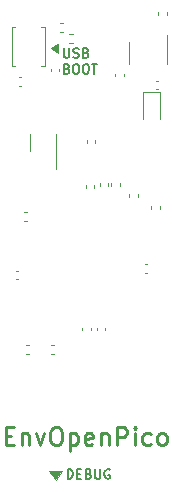
<source format=gto>
G04 #@! TF.GenerationSoftware,KiCad,Pcbnew,(5.1.9)-1*
G04 #@! TF.CreationDate,2021-06-07T21:11:51+01:00*
G04 #@! TF.ProjectId,EnvOpenPico,456e764f-7065-46e5-9069-636f2e6b6963,REV1*
G04 #@! TF.SameCoordinates,Original*
G04 #@! TF.FileFunction,Legend,Top*
G04 #@! TF.FilePolarity,Positive*
%FSLAX46Y46*%
G04 Gerber Fmt 4.6, Leading zero omitted, Abs format (unit mm)*
G04 Created by KiCad (PCBNEW (5.1.9)-1) date 2021-06-07 21:11:51*
%MOMM*%
%LPD*%
G01*
G04 APERTURE LIST*
%ADD10C,0.100000*%
%ADD11C,0.153000*%
%ADD12C,0.150000*%
%ADD13C,0.250000*%
%ADD14C,0.120000*%
%ADD15O,1.802000X1.802000*%
%ADD16C,1.802000*%
%ADD17C,0.752000*%
%ADD18C,2.302000*%
G04 APERTURE END LIST*
D10*
G36*
X101350000Y-68800000D02*
G01*
X100750000Y-68400000D01*
X101350000Y-68000000D01*
X101350000Y-68800000D01*
G37*
X101350000Y-68800000D02*
X100750000Y-68400000D01*
X101350000Y-68000000D01*
X101350000Y-68800000D01*
G36*
X101150000Y-104925000D02*
G01*
X100600000Y-104225000D01*
X101700000Y-104225000D01*
X101150000Y-104925000D01*
G37*
X101150000Y-104925000D02*
X100600000Y-104225000D01*
X101700000Y-104225000D01*
X101150000Y-104925000D01*
D11*
X102159523Y-104836904D02*
X102159523Y-104036904D01*
X102350000Y-104036904D01*
X102464285Y-104075000D01*
X102540476Y-104151190D01*
X102578571Y-104227380D01*
X102616666Y-104379761D01*
X102616666Y-104494047D01*
X102578571Y-104646428D01*
X102540476Y-104722619D01*
X102464285Y-104798809D01*
X102350000Y-104836904D01*
X102159523Y-104836904D01*
X102959523Y-104417857D02*
X103226190Y-104417857D01*
X103340476Y-104836904D02*
X102959523Y-104836904D01*
X102959523Y-104036904D01*
X103340476Y-104036904D01*
X103950000Y-104417857D02*
X104064285Y-104455952D01*
X104102380Y-104494047D01*
X104140476Y-104570238D01*
X104140476Y-104684523D01*
X104102380Y-104760714D01*
X104064285Y-104798809D01*
X103988095Y-104836904D01*
X103683333Y-104836904D01*
X103683333Y-104036904D01*
X103950000Y-104036904D01*
X104026190Y-104075000D01*
X104064285Y-104113095D01*
X104102380Y-104189285D01*
X104102380Y-104265476D01*
X104064285Y-104341666D01*
X104026190Y-104379761D01*
X103950000Y-104417857D01*
X103683333Y-104417857D01*
X104483333Y-104036904D02*
X104483333Y-104684523D01*
X104521428Y-104760714D01*
X104559523Y-104798809D01*
X104635714Y-104836904D01*
X104788095Y-104836904D01*
X104864285Y-104798809D01*
X104902380Y-104760714D01*
X104940476Y-104684523D01*
X104940476Y-104036904D01*
X105740476Y-104075000D02*
X105664285Y-104036904D01*
X105549999Y-104036904D01*
X105435714Y-104075000D01*
X105359523Y-104151190D01*
X105321428Y-104227380D01*
X105283333Y-104379761D01*
X105283333Y-104494047D01*
X105321428Y-104646428D01*
X105359523Y-104722619D01*
X105435714Y-104798809D01*
X105549999Y-104836904D01*
X105626190Y-104836904D01*
X105740476Y-104798809D01*
X105778571Y-104760714D01*
X105778571Y-104494047D01*
X105626190Y-104494047D01*
D12*
X101837976Y-68386904D02*
X101837976Y-69034523D01*
X101876071Y-69110714D01*
X101914166Y-69148809D01*
X101990357Y-69186904D01*
X102142738Y-69186904D01*
X102218928Y-69148809D01*
X102257023Y-69110714D01*
X102295119Y-69034523D01*
X102295119Y-68386904D01*
X102637976Y-69148809D02*
X102752261Y-69186904D01*
X102942738Y-69186904D01*
X103018928Y-69148809D01*
X103057023Y-69110714D01*
X103095119Y-69034523D01*
X103095119Y-68958333D01*
X103057023Y-68882142D01*
X103018928Y-68844047D01*
X102942738Y-68805952D01*
X102790357Y-68767857D01*
X102714166Y-68729761D01*
X102676071Y-68691666D01*
X102637976Y-68615476D01*
X102637976Y-68539285D01*
X102676071Y-68463095D01*
X102714166Y-68425000D01*
X102790357Y-68386904D01*
X102980833Y-68386904D01*
X103095119Y-68425000D01*
X103704642Y-68767857D02*
X103818928Y-68805952D01*
X103857023Y-68844047D01*
X103895119Y-68920238D01*
X103895119Y-69034523D01*
X103857023Y-69110714D01*
X103818928Y-69148809D01*
X103742738Y-69186904D01*
X103437976Y-69186904D01*
X103437976Y-68386904D01*
X103704642Y-68386904D01*
X103780833Y-68425000D01*
X103818928Y-68463095D01*
X103857023Y-68539285D01*
X103857023Y-68615476D01*
X103818928Y-68691666D01*
X103780833Y-68729761D01*
X103704642Y-68767857D01*
X103437976Y-68767857D01*
X102104642Y-70117857D02*
X102218928Y-70155952D01*
X102257023Y-70194047D01*
X102295119Y-70270238D01*
X102295119Y-70384523D01*
X102257023Y-70460714D01*
X102218928Y-70498809D01*
X102142738Y-70536904D01*
X101837976Y-70536904D01*
X101837976Y-69736904D01*
X102104642Y-69736904D01*
X102180833Y-69775000D01*
X102218928Y-69813095D01*
X102257023Y-69889285D01*
X102257023Y-69965476D01*
X102218928Y-70041666D01*
X102180833Y-70079761D01*
X102104642Y-70117857D01*
X101837976Y-70117857D01*
X102790357Y-69736904D02*
X102942738Y-69736904D01*
X103018928Y-69775000D01*
X103095119Y-69851190D01*
X103133214Y-70003571D01*
X103133214Y-70270238D01*
X103095119Y-70422619D01*
X103018928Y-70498809D01*
X102942738Y-70536904D01*
X102790357Y-70536904D01*
X102714166Y-70498809D01*
X102637976Y-70422619D01*
X102599880Y-70270238D01*
X102599880Y-70003571D01*
X102637976Y-69851190D01*
X102714166Y-69775000D01*
X102790357Y-69736904D01*
X103628452Y-69736904D02*
X103780833Y-69736904D01*
X103857023Y-69775000D01*
X103933214Y-69851190D01*
X103971309Y-70003571D01*
X103971309Y-70270238D01*
X103933214Y-70422619D01*
X103857023Y-70498809D01*
X103780833Y-70536904D01*
X103628452Y-70536904D01*
X103552261Y-70498809D01*
X103476071Y-70422619D01*
X103437976Y-70270238D01*
X103437976Y-70003571D01*
X103476071Y-69851190D01*
X103552261Y-69775000D01*
X103628452Y-69736904D01*
X104199880Y-69736904D02*
X104657023Y-69736904D01*
X104428452Y-70536904D02*
X104428452Y-69736904D01*
D13*
X96914285Y-101217857D02*
X97414285Y-101217857D01*
X97628571Y-102003571D02*
X96914285Y-102003571D01*
X96914285Y-100503571D01*
X97628571Y-100503571D01*
X98271428Y-101003571D02*
X98271428Y-102003571D01*
X98271428Y-101146428D02*
X98342857Y-101075000D01*
X98485714Y-101003571D01*
X98700000Y-101003571D01*
X98842857Y-101075000D01*
X98914285Y-101217857D01*
X98914285Y-102003571D01*
X99485714Y-101003571D02*
X99842857Y-102003571D01*
X100200000Y-101003571D01*
X101057142Y-100503571D02*
X101342857Y-100503571D01*
X101485714Y-100575000D01*
X101628571Y-100717857D01*
X101700000Y-101003571D01*
X101700000Y-101503571D01*
X101628571Y-101789285D01*
X101485714Y-101932142D01*
X101342857Y-102003571D01*
X101057142Y-102003571D01*
X100914285Y-101932142D01*
X100771428Y-101789285D01*
X100700000Y-101503571D01*
X100700000Y-101003571D01*
X100771428Y-100717857D01*
X100914285Y-100575000D01*
X101057142Y-100503571D01*
X102342857Y-101003571D02*
X102342857Y-102503571D01*
X102342857Y-101075000D02*
X102485714Y-101003571D01*
X102771428Y-101003571D01*
X102914285Y-101075000D01*
X102985714Y-101146428D01*
X103057142Y-101289285D01*
X103057142Y-101717857D01*
X102985714Y-101860714D01*
X102914285Y-101932142D01*
X102771428Y-102003571D01*
X102485714Y-102003571D01*
X102342857Y-101932142D01*
X104271428Y-101932142D02*
X104128571Y-102003571D01*
X103842857Y-102003571D01*
X103700000Y-101932142D01*
X103628571Y-101789285D01*
X103628571Y-101217857D01*
X103700000Y-101075000D01*
X103842857Y-101003571D01*
X104128571Y-101003571D01*
X104271428Y-101075000D01*
X104342857Y-101217857D01*
X104342857Y-101360714D01*
X103628571Y-101503571D01*
X104985714Y-101003571D02*
X104985714Y-102003571D01*
X104985714Y-101146428D02*
X105057142Y-101075000D01*
X105200000Y-101003571D01*
X105414285Y-101003571D01*
X105557142Y-101075000D01*
X105628571Y-101217857D01*
X105628571Y-102003571D01*
X106342857Y-102003571D02*
X106342857Y-100503571D01*
X106914285Y-100503571D01*
X107057142Y-100575000D01*
X107128571Y-100646428D01*
X107200000Y-100789285D01*
X107200000Y-101003571D01*
X107128571Y-101146428D01*
X107057142Y-101217857D01*
X106914285Y-101289285D01*
X106342857Y-101289285D01*
X107842857Y-102003571D02*
X107842857Y-101003571D01*
X107842857Y-100503571D02*
X107771428Y-100575000D01*
X107842857Y-100646428D01*
X107914285Y-100575000D01*
X107842857Y-100503571D01*
X107842857Y-100646428D01*
X109200000Y-101932142D02*
X109057142Y-102003571D01*
X108771428Y-102003571D01*
X108628571Y-101932142D01*
X108557142Y-101860714D01*
X108485714Y-101717857D01*
X108485714Y-101289285D01*
X108557142Y-101146428D01*
X108628571Y-101075000D01*
X108771428Y-101003571D01*
X109057142Y-101003571D01*
X109200000Y-101075000D01*
X110057142Y-102003571D02*
X109914285Y-101932142D01*
X109842857Y-101860714D01*
X109771428Y-101717857D01*
X109771428Y-101289285D01*
X109842857Y-101146428D01*
X109914285Y-101075000D01*
X110057142Y-101003571D01*
X110271428Y-101003571D01*
X110414285Y-101075000D01*
X110485714Y-101146428D01*
X110557142Y-101289285D01*
X110557142Y-101717857D01*
X110485714Y-101860714D01*
X110414285Y-101932142D01*
X110271428Y-102003571D01*
X110057142Y-102003571D01*
D14*
X101160000Y-78625000D02*
X101160000Y-75625000D01*
X98940000Y-77125000D02*
X98940000Y-75625000D01*
X108555000Y-72075000D02*
X108555000Y-74360000D01*
X110025000Y-72075000D02*
X108555000Y-72075000D01*
X110025000Y-74360000D02*
X110025000Y-72075000D01*
X101486359Y-66980000D02*
X101793641Y-66980000D01*
X101486359Y-66220000D02*
X101793641Y-66220000D01*
X102306359Y-67990000D02*
X102613641Y-67990000D01*
X102306359Y-67230000D02*
X102613641Y-67230000D01*
X99930000Y-69940000D02*
X100230000Y-69940000D01*
X100230000Y-69940000D02*
X100230000Y-66640000D01*
X100230000Y-66640000D02*
X99930000Y-66640000D01*
X97730000Y-69940000D02*
X97430000Y-69940000D01*
X97430000Y-69940000D02*
X97430000Y-66640000D01*
X97430000Y-66640000D02*
X97730000Y-66640000D01*
X100740000Y-70142164D02*
X100740000Y-70357836D01*
X101460000Y-70142164D02*
X101460000Y-70357836D01*
X107390000Y-67900000D02*
X107390000Y-69700000D01*
X110610000Y-69700000D02*
X110610000Y-67250000D01*
X106910000Y-70542164D02*
X106910000Y-70757836D01*
X106190000Y-70542164D02*
X106190000Y-70757836D01*
X109832836Y-71140000D02*
X109617164Y-71140000D01*
X109832836Y-71860000D02*
X109617164Y-71860000D01*
X104435000Y-80207836D02*
X104435000Y-79992164D01*
X103715000Y-80207836D02*
X103715000Y-79992164D01*
X97997836Y-87225000D02*
X97782164Y-87225000D01*
X97997836Y-87945000D02*
X97782164Y-87945000D01*
X98642164Y-94260000D02*
X98857836Y-94260000D01*
X98642164Y-93540000D02*
X98857836Y-93540000D01*
X109960000Y-81982836D02*
X109960000Y-81767164D01*
X109240000Y-81982836D02*
X109240000Y-81767164D01*
X103390000Y-92067164D02*
X103390000Y-92282836D01*
X104110000Y-92067164D02*
X104110000Y-92282836D01*
X108692164Y-87385000D02*
X108907836Y-87385000D01*
X108692164Y-86665000D02*
X108907836Y-86665000D01*
X105870000Y-79817164D02*
X105870000Y-80032836D01*
X106590000Y-79817164D02*
X106590000Y-80032836D01*
X104890000Y-79817164D02*
X104890000Y-80032836D01*
X105610000Y-79817164D02*
X105610000Y-80032836D01*
X98227836Y-70870000D02*
X98012164Y-70870000D01*
X98227836Y-71590000D02*
X98012164Y-71590000D01*
X98707836Y-82290000D02*
X98492164Y-82290000D01*
X98707836Y-83010000D02*
X98492164Y-83010000D01*
X108085000Y-80982836D02*
X108085000Y-80767164D01*
X107365000Y-80982836D02*
X107365000Y-80767164D01*
X104640000Y-92067164D02*
X104640000Y-92282836D01*
X105360000Y-92067164D02*
X105360000Y-92282836D01*
X104485000Y-76382836D02*
X104485000Y-76167164D01*
X103765000Y-76382836D02*
X103765000Y-76167164D01*
X101007836Y-93540000D02*
X100792164Y-93540000D01*
X101007836Y-94260000D02*
X100792164Y-94260000D01*
X110560000Y-65552836D02*
X110560000Y-65337164D01*
X109840000Y-65552836D02*
X109840000Y-65337164D01*
%LPC*%
D15*
X112550000Y-106985000D03*
X112550000Y-104445000D03*
X112550000Y-101905000D03*
X112550000Y-99365000D03*
X112550000Y-96825000D03*
X112550000Y-94285000D03*
X112550000Y-91745000D03*
X112550000Y-89205000D03*
X112550000Y-86665000D03*
X112550000Y-84125000D03*
X112550000Y-81585000D03*
X112550000Y-79045000D03*
X112550000Y-76505000D03*
X112550000Y-73965000D03*
X112550000Y-71425000D03*
X112550000Y-68885000D03*
X112550000Y-66345000D03*
X112550000Y-63805000D03*
X112550000Y-61265000D03*
G36*
G01*
X113451000Y-57875000D02*
X113451000Y-59575000D01*
G75*
G02*
X113400000Y-59626000I-51000J0D01*
G01*
X111700000Y-59626000D01*
G75*
G02*
X111649000Y-59575000I0J51000D01*
G01*
X111649000Y-57875000D01*
G75*
G02*
X111700000Y-57824000I51000J0D01*
G01*
X113400000Y-57824000D01*
G75*
G02*
X113451000Y-57875000I0J-51000D01*
G01*
G37*
G36*
G01*
X116051000Y-98515000D02*
X116051000Y-100215000D01*
G75*
G02*
X116000000Y-100266000I-51000J0D01*
G01*
X112500000Y-100266000D01*
G75*
G02*
X112449000Y-100215000I0J51000D01*
G01*
X112449000Y-98515000D01*
G75*
G02*
X112500000Y-98464000I51000J0D01*
G01*
X116000000Y-98464000D01*
G75*
G02*
X116051000Y-98515000I0J-51000D01*
G01*
G37*
G36*
G01*
X116051000Y-101055000D02*
X116051000Y-102755000D01*
G75*
G02*
X116000000Y-102806000I-51000J0D01*
G01*
X112500000Y-102806000D01*
G75*
G02*
X112449000Y-102755000I0J51000D01*
G01*
X112449000Y-101055000D01*
G75*
G02*
X112500000Y-101004000I51000J0D01*
G01*
X116000000Y-101004000D01*
G75*
G02*
X116051000Y-101055000I0J-51000D01*
G01*
G37*
G36*
G01*
X116051000Y-95975000D02*
X116051000Y-97675000D01*
G75*
G02*
X116000000Y-97726000I-51000J0D01*
G01*
X112500000Y-97726000D01*
G75*
G02*
X112449000Y-97675000I0J51000D01*
G01*
X112449000Y-95975000D01*
G75*
G02*
X112500000Y-95924000I51000J0D01*
G01*
X116000000Y-95924000D01*
G75*
G02*
X116051000Y-95975000I0J-51000D01*
G01*
G37*
G36*
G01*
X116051000Y-103595000D02*
X116051000Y-105295000D01*
G75*
G02*
X116000000Y-105346000I-51000J0D01*
G01*
X112500000Y-105346000D01*
G75*
G02*
X112449000Y-105295000I0J51000D01*
G01*
X112449000Y-103595000D01*
G75*
G02*
X112500000Y-103544000I51000J0D01*
G01*
X116000000Y-103544000D01*
G75*
G02*
X116051000Y-103595000I0J-51000D01*
G01*
G37*
G36*
G01*
X116051000Y-93435000D02*
X116051000Y-95135000D01*
G75*
G02*
X116000000Y-95186000I-51000J0D01*
G01*
X112500000Y-95186000D01*
G75*
G02*
X112449000Y-95135000I0J51000D01*
G01*
X112449000Y-93435000D01*
G75*
G02*
X112500000Y-93384000I51000J0D01*
G01*
X116000000Y-93384000D01*
G75*
G02*
X116051000Y-93435000I0J-51000D01*
G01*
G37*
G36*
G01*
X116051000Y-106135000D02*
X116051000Y-107835000D01*
G75*
G02*
X116000000Y-107886000I-51000J0D01*
G01*
X112500000Y-107886000D01*
G75*
G02*
X112449000Y-107835000I0J51000D01*
G01*
X112449000Y-106135000D01*
G75*
G02*
X112500000Y-106084000I51000J0D01*
G01*
X116000000Y-106084000D01*
G75*
G02*
X116051000Y-106135000I0J-51000D01*
G01*
G37*
G36*
G01*
X116051000Y-85815000D02*
X116051000Y-87515000D01*
G75*
G02*
X116000000Y-87566000I-51000J0D01*
G01*
X112500000Y-87566000D01*
G75*
G02*
X112449000Y-87515000I0J51000D01*
G01*
X112449000Y-85815000D01*
G75*
G02*
X112500000Y-85764000I51000J0D01*
G01*
X116000000Y-85764000D01*
G75*
G02*
X116051000Y-85815000I0J-51000D01*
G01*
G37*
G36*
G01*
X116051000Y-90895000D02*
X116051000Y-92595000D01*
G75*
G02*
X116000000Y-92646000I-51000J0D01*
G01*
X112500000Y-92646000D01*
G75*
G02*
X112449000Y-92595000I0J51000D01*
G01*
X112449000Y-90895000D01*
G75*
G02*
X112500000Y-90844000I51000J0D01*
G01*
X116000000Y-90844000D01*
G75*
G02*
X116051000Y-90895000I0J-51000D01*
G01*
G37*
G36*
G01*
X116051000Y-83275000D02*
X116051000Y-84975000D01*
G75*
G02*
X116000000Y-85026000I-51000J0D01*
G01*
X112500000Y-85026000D01*
G75*
G02*
X112449000Y-84975000I0J51000D01*
G01*
X112449000Y-83275000D01*
G75*
G02*
X112500000Y-83224000I51000J0D01*
G01*
X116000000Y-83224000D01*
G75*
G02*
X116051000Y-83275000I0J-51000D01*
G01*
G37*
G36*
G01*
X116051000Y-73115000D02*
X116051000Y-74815000D01*
G75*
G02*
X116000000Y-74866000I-51000J0D01*
G01*
X112500000Y-74866000D01*
G75*
G02*
X112449000Y-74815000I0J51000D01*
G01*
X112449000Y-73115000D01*
G75*
G02*
X112500000Y-73064000I51000J0D01*
G01*
X116000000Y-73064000D01*
G75*
G02*
X116051000Y-73115000I0J-51000D01*
G01*
G37*
G36*
G01*
X116051000Y-70575000D02*
X116051000Y-72275000D01*
G75*
G02*
X116000000Y-72326000I-51000J0D01*
G01*
X112500000Y-72326000D01*
G75*
G02*
X112449000Y-72275000I0J51000D01*
G01*
X112449000Y-70575000D01*
G75*
G02*
X112500000Y-70524000I51000J0D01*
G01*
X116000000Y-70524000D01*
G75*
G02*
X116051000Y-70575000I0J-51000D01*
G01*
G37*
G36*
G01*
X116051000Y-68035000D02*
X116051000Y-69735000D01*
G75*
G02*
X116000000Y-69786000I-51000J0D01*
G01*
X112500000Y-69786000D01*
G75*
G02*
X112449000Y-69735000I0J51000D01*
G01*
X112449000Y-68035000D01*
G75*
G02*
X112500000Y-67984000I51000J0D01*
G01*
X116000000Y-67984000D01*
G75*
G02*
X116051000Y-68035000I0J-51000D01*
G01*
G37*
G36*
G01*
X116051000Y-60415000D02*
X116051000Y-62115000D01*
G75*
G02*
X116000000Y-62166000I-51000J0D01*
G01*
X112500000Y-62166000D01*
G75*
G02*
X112449000Y-62115000I0J51000D01*
G01*
X112449000Y-60415000D01*
G75*
G02*
X112500000Y-60364000I51000J0D01*
G01*
X116000000Y-60364000D01*
G75*
G02*
X116051000Y-60415000I0J-51000D01*
G01*
G37*
G36*
G01*
X116051000Y-88355000D02*
X116051000Y-90055000D01*
G75*
G02*
X116000000Y-90106000I-51000J0D01*
G01*
X112500000Y-90106000D01*
G75*
G02*
X112449000Y-90055000I0J51000D01*
G01*
X112449000Y-88355000D01*
G75*
G02*
X112500000Y-88304000I51000J0D01*
G01*
X116000000Y-88304000D01*
G75*
G02*
X116051000Y-88355000I0J-51000D01*
G01*
G37*
G36*
G01*
X116051000Y-75655000D02*
X116051000Y-77355000D01*
G75*
G02*
X116000000Y-77406000I-51000J0D01*
G01*
X112500000Y-77406000D01*
G75*
G02*
X112449000Y-77355000I0J51000D01*
G01*
X112449000Y-75655000D01*
G75*
G02*
X112500000Y-75604000I51000J0D01*
G01*
X116000000Y-75604000D01*
G75*
G02*
X116051000Y-75655000I0J-51000D01*
G01*
G37*
G36*
G01*
X116051000Y-62955000D02*
X116051000Y-64655000D01*
G75*
G02*
X116000000Y-64706000I-51000J0D01*
G01*
X112500000Y-64706000D01*
G75*
G02*
X112449000Y-64655000I0J51000D01*
G01*
X112449000Y-62955000D01*
G75*
G02*
X112500000Y-62904000I51000J0D01*
G01*
X116000000Y-62904000D01*
G75*
G02*
X116051000Y-62955000I0J-51000D01*
G01*
G37*
G36*
G01*
X116051000Y-57875000D02*
X116051000Y-59575000D01*
G75*
G02*
X116000000Y-59626000I-51000J0D01*
G01*
X112500000Y-59626000D01*
G75*
G02*
X112449000Y-59575000I0J51000D01*
G01*
X112449000Y-57875000D01*
G75*
G02*
X112500000Y-57824000I51000J0D01*
G01*
X116000000Y-57824000D01*
G75*
G02*
X116051000Y-57875000I0J-51000D01*
G01*
G37*
G36*
G01*
X116051000Y-78195000D02*
X116051000Y-79895000D01*
G75*
G02*
X116000000Y-79946000I-51000J0D01*
G01*
X112500000Y-79946000D01*
G75*
G02*
X112449000Y-79895000I0J51000D01*
G01*
X112449000Y-78195000D01*
G75*
G02*
X112500000Y-78144000I51000J0D01*
G01*
X116000000Y-78144000D01*
G75*
G02*
X116051000Y-78195000I0J-51000D01*
G01*
G37*
G36*
G01*
X116051000Y-65495000D02*
X116051000Y-67195000D01*
G75*
G02*
X116000000Y-67246000I-51000J0D01*
G01*
X112500000Y-67246000D01*
G75*
G02*
X112449000Y-67195000I0J51000D01*
G01*
X112449000Y-65495000D01*
G75*
G02*
X112500000Y-65444000I51000J0D01*
G01*
X116000000Y-65444000D01*
G75*
G02*
X116051000Y-65495000I0J-51000D01*
G01*
G37*
G36*
G01*
X116051000Y-80735000D02*
X116051000Y-82435000D01*
G75*
G02*
X116000000Y-82486000I-51000J0D01*
G01*
X112500000Y-82486000D01*
G75*
G02*
X112449000Y-82435000I0J51000D01*
G01*
X112449000Y-80735000D01*
G75*
G02*
X112500000Y-80684000I51000J0D01*
G01*
X116000000Y-80684000D01*
G75*
G02*
X116051000Y-80735000I0J-51000D01*
G01*
G37*
X94750000Y-58725000D03*
X94750000Y-61265000D03*
G36*
G01*
X93849000Y-64655000D02*
X93849000Y-62955000D01*
G75*
G02*
X93900000Y-62904000I51000J0D01*
G01*
X95600000Y-62904000D01*
G75*
G02*
X95651000Y-62955000I0J-51000D01*
G01*
X95651000Y-64655000D01*
G75*
G02*
X95600000Y-64706000I-51000J0D01*
G01*
X93900000Y-64706000D01*
G75*
G02*
X93849000Y-64655000I0J51000D01*
G01*
G37*
X94750000Y-66345000D03*
X94750000Y-68885000D03*
X94750000Y-71425000D03*
X94750000Y-73965000D03*
G36*
G01*
X93849000Y-77355000D02*
X93849000Y-75655000D01*
G75*
G02*
X93900000Y-75604000I51000J0D01*
G01*
X95600000Y-75604000D01*
G75*
G02*
X95651000Y-75655000I0J-51000D01*
G01*
X95651000Y-77355000D01*
G75*
G02*
X95600000Y-77406000I-51000J0D01*
G01*
X93900000Y-77406000D01*
G75*
G02*
X93849000Y-77355000I0J51000D01*
G01*
G37*
X94750000Y-79045000D03*
X94750000Y-81585000D03*
X94750000Y-84125000D03*
X94750000Y-86665000D03*
G36*
G01*
X93849000Y-90055000D02*
X93849000Y-88355000D01*
G75*
G02*
X93900000Y-88304000I51000J0D01*
G01*
X95600000Y-88304000D01*
G75*
G02*
X95651000Y-88355000I0J-51000D01*
G01*
X95651000Y-90055000D01*
G75*
G02*
X95600000Y-90106000I-51000J0D01*
G01*
X93900000Y-90106000D01*
G75*
G02*
X93849000Y-90055000I0J51000D01*
G01*
G37*
X94750000Y-91745000D03*
X94750000Y-94285000D03*
X94750000Y-96825000D03*
X94750000Y-99365000D03*
G36*
G01*
X93849000Y-102755000D02*
X93849000Y-101055000D01*
G75*
G02*
X93900000Y-101004000I51000J0D01*
G01*
X95600000Y-101004000D01*
G75*
G02*
X95651000Y-101055000I0J-51000D01*
G01*
X95651000Y-102755000D01*
G75*
G02*
X95600000Y-102806000I-51000J0D01*
G01*
X93900000Y-102806000D01*
G75*
G02*
X93849000Y-102755000I0J51000D01*
G01*
G37*
X94750000Y-104445000D03*
D16*
X94750000Y-106985000D03*
G36*
G01*
X91249000Y-105295000D02*
X91249000Y-103595000D01*
G75*
G02*
X91300000Y-103544000I51000J0D01*
G01*
X94800000Y-103544000D01*
G75*
G02*
X94851000Y-103595000I0J-51000D01*
G01*
X94851000Y-105295000D01*
G75*
G02*
X94800000Y-105346000I-51000J0D01*
G01*
X91300000Y-105346000D01*
G75*
G02*
X91249000Y-105295000I0J51000D01*
G01*
G37*
G36*
G01*
X91249000Y-74815000D02*
X91249000Y-73115000D01*
G75*
G02*
X91300000Y-73064000I51000J0D01*
G01*
X94800000Y-73064000D01*
G75*
G02*
X94851000Y-73115000I0J-51000D01*
G01*
X94851000Y-74815000D01*
G75*
G02*
X94800000Y-74866000I-51000J0D01*
G01*
X91300000Y-74866000D01*
G75*
G02*
X91249000Y-74815000I0J51000D01*
G01*
G37*
G36*
G01*
X91249000Y-100215000D02*
X91249000Y-98515000D01*
G75*
G02*
X91300000Y-98464000I51000J0D01*
G01*
X94800000Y-98464000D01*
G75*
G02*
X94851000Y-98515000I0J-51000D01*
G01*
X94851000Y-100215000D01*
G75*
G02*
X94800000Y-100266000I-51000J0D01*
G01*
X91300000Y-100266000D01*
G75*
G02*
X91249000Y-100215000I0J51000D01*
G01*
G37*
G36*
G01*
X91249000Y-95135000D02*
X91249000Y-93435000D01*
G75*
G02*
X91300000Y-93384000I51000J0D01*
G01*
X94800000Y-93384000D01*
G75*
G02*
X94851000Y-93435000I0J-51000D01*
G01*
X94851000Y-95135000D01*
G75*
G02*
X94800000Y-95186000I-51000J0D01*
G01*
X91300000Y-95186000D01*
G75*
G02*
X91249000Y-95135000I0J51000D01*
G01*
G37*
G36*
G01*
X91249000Y-90055000D02*
X91249000Y-88355000D01*
G75*
G02*
X91300000Y-88304000I51000J0D01*
G01*
X94800000Y-88304000D01*
G75*
G02*
X94851000Y-88355000I0J-51000D01*
G01*
X94851000Y-90055000D01*
G75*
G02*
X94800000Y-90106000I-51000J0D01*
G01*
X91300000Y-90106000D01*
G75*
G02*
X91249000Y-90055000I0J51000D01*
G01*
G37*
G36*
G01*
X91249000Y-87515000D02*
X91249000Y-85815000D01*
G75*
G02*
X91300000Y-85764000I51000J0D01*
G01*
X94800000Y-85764000D01*
G75*
G02*
X94851000Y-85815000I0J-51000D01*
G01*
X94851000Y-87515000D01*
G75*
G02*
X94800000Y-87566000I-51000J0D01*
G01*
X91300000Y-87566000D01*
G75*
G02*
X91249000Y-87515000I0J51000D01*
G01*
G37*
G36*
G01*
X91249000Y-72275000D02*
X91249000Y-70575000D01*
G75*
G02*
X91300000Y-70524000I51000J0D01*
G01*
X94800000Y-70524000D01*
G75*
G02*
X94851000Y-70575000I0J-51000D01*
G01*
X94851000Y-72275000D01*
G75*
G02*
X94800000Y-72326000I-51000J0D01*
G01*
X91300000Y-72326000D01*
G75*
G02*
X91249000Y-72275000I0J51000D01*
G01*
G37*
G36*
G01*
X91259000Y-79895000D02*
X91259000Y-78195000D01*
G75*
G02*
X91310000Y-78144000I51000J0D01*
G01*
X94810000Y-78144000D01*
G75*
G02*
X94861000Y-78195000I0J-51000D01*
G01*
X94861000Y-79895000D01*
G75*
G02*
X94810000Y-79946000I-51000J0D01*
G01*
X91310000Y-79946000D01*
G75*
G02*
X91259000Y-79895000I0J51000D01*
G01*
G37*
G36*
G01*
X91249000Y-69735000D02*
X91249000Y-68035000D01*
G75*
G02*
X91300000Y-67984000I51000J0D01*
G01*
X94800000Y-67984000D01*
G75*
G02*
X94851000Y-68035000I0J-51000D01*
G01*
X94851000Y-69735000D01*
G75*
G02*
X94800000Y-69786000I-51000J0D01*
G01*
X91300000Y-69786000D01*
G75*
G02*
X91249000Y-69735000I0J51000D01*
G01*
G37*
G36*
G01*
X91249000Y-62105000D02*
X91249000Y-60405000D01*
G75*
G02*
X91300000Y-60354000I51000J0D01*
G01*
X94800000Y-60354000D01*
G75*
G02*
X94851000Y-60405000I0J-51000D01*
G01*
X94851000Y-62105000D01*
G75*
G02*
X94800000Y-62156000I-51000J0D01*
G01*
X91300000Y-62156000D01*
G75*
G02*
X91249000Y-62105000I0J51000D01*
G01*
G37*
G36*
G01*
X91249000Y-67185000D02*
X91249000Y-65485000D01*
G75*
G02*
X91300000Y-65434000I51000J0D01*
G01*
X94800000Y-65434000D01*
G75*
G02*
X94851000Y-65485000I0J-51000D01*
G01*
X94851000Y-67185000D01*
G75*
G02*
X94800000Y-67236000I-51000J0D01*
G01*
X91300000Y-67236000D01*
G75*
G02*
X91249000Y-67185000I0J51000D01*
G01*
G37*
G36*
G01*
X91239000Y-92595000D02*
X91239000Y-90895000D01*
G75*
G02*
X91290000Y-90844000I51000J0D01*
G01*
X94790000Y-90844000D01*
G75*
G02*
X94841000Y-90895000I0J-51000D01*
G01*
X94841000Y-92595000D01*
G75*
G02*
X94790000Y-92646000I-51000J0D01*
G01*
X91290000Y-92646000D01*
G75*
G02*
X91239000Y-92595000I0J51000D01*
G01*
G37*
G36*
G01*
X91249000Y-97675000D02*
X91249000Y-95975000D01*
G75*
G02*
X91300000Y-95924000I51000J0D01*
G01*
X94800000Y-95924000D01*
G75*
G02*
X94851000Y-95975000I0J-51000D01*
G01*
X94851000Y-97675000D01*
G75*
G02*
X94800000Y-97726000I-51000J0D01*
G01*
X91300000Y-97726000D01*
G75*
G02*
X91249000Y-97675000I0J51000D01*
G01*
G37*
G36*
G01*
X91249000Y-82435000D02*
X91249000Y-80735000D01*
G75*
G02*
X91300000Y-80684000I51000J0D01*
G01*
X94800000Y-80684000D01*
G75*
G02*
X94851000Y-80735000I0J-51000D01*
G01*
X94851000Y-82435000D01*
G75*
G02*
X94800000Y-82486000I-51000J0D01*
G01*
X91300000Y-82486000D01*
G75*
G02*
X91249000Y-82435000I0J51000D01*
G01*
G37*
G36*
G01*
X91249000Y-77355000D02*
X91249000Y-75655000D01*
G75*
G02*
X91300000Y-75604000I51000J0D01*
G01*
X94800000Y-75604000D01*
G75*
G02*
X94851000Y-75655000I0J-51000D01*
G01*
X94851000Y-77355000D01*
G75*
G02*
X94800000Y-77406000I-51000J0D01*
G01*
X91300000Y-77406000D01*
G75*
G02*
X91249000Y-77355000I0J51000D01*
G01*
G37*
G36*
G01*
X91249000Y-107835000D02*
X91249000Y-106135000D01*
G75*
G02*
X91300000Y-106084000I51000J0D01*
G01*
X94800000Y-106084000D01*
G75*
G02*
X94851000Y-106135000I0J-51000D01*
G01*
X94851000Y-107835000D01*
G75*
G02*
X94800000Y-107886000I-51000J0D01*
G01*
X91300000Y-107886000D01*
G75*
G02*
X91249000Y-107835000I0J51000D01*
G01*
G37*
G36*
G01*
X91249000Y-84975000D02*
X91249000Y-83275000D01*
G75*
G02*
X91300000Y-83224000I51000J0D01*
G01*
X94800000Y-83224000D01*
G75*
G02*
X94851000Y-83275000I0J-51000D01*
G01*
X94851000Y-84975000D01*
G75*
G02*
X94800000Y-85026000I-51000J0D01*
G01*
X91300000Y-85026000D01*
G75*
G02*
X91249000Y-84975000I0J51000D01*
G01*
G37*
G36*
G01*
X91249000Y-64655000D02*
X91249000Y-62955000D01*
G75*
G02*
X91300000Y-62904000I51000J0D01*
G01*
X94800000Y-62904000D01*
G75*
G02*
X94851000Y-62955000I0J-51000D01*
G01*
X94851000Y-64655000D01*
G75*
G02*
X94800000Y-64706000I-51000J0D01*
G01*
X91300000Y-64706000D01*
G75*
G02*
X91249000Y-64655000I0J51000D01*
G01*
G37*
G36*
G01*
X91249000Y-102755000D02*
X91249000Y-101055000D01*
G75*
G02*
X91300000Y-101004000I51000J0D01*
G01*
X94800000Y-101004000D01*
G75*
G02*
X94851000Y-101055000I0J-51000D01*
G01*
X94851000Y-102755000D01*
G75*
G02*
X94800000Y-102806000I-51000J0D01*
G01*
X91300000Y-102806000D01*
G75*
G02*
X91249000Y-102755000I0J51000D01*
G01*
G37*
G36*
G01*
X91249000Y-59575000D02*
X91249000Y-57875000D01*
G75*
G02*
X91300000Y-57824000I51000J0D01*
G01*
X94800000Y-57824000D01*
G75*
G02*
X94851000Y-57875000I0J-51000D01*
G01*
X94851000Y-59575000D01*
G75*
G02*
X94800000Y-59626000I-51000J0D01*
G01*
X91300000Y-59626000D01*
G75*
G02*
X91249000Y-59575000I0J51000D01*
G01*
G37*
G36*
G01*
X100850000Y-77276000D02*
X99250000Y-77276000D01*
G75*
G02*
X99199000Y-77225000I0J51000D01*
G01*
X99199000Y-77025000D01*
G75*
G02*
X99250000Y-76974000I51000J0D01*
G01*
X100850000Y-76974000D01*
G75*
G02*
X100901000Y-77025000I0J-51000D01*
G01*
X100901000Y-77225000D01*
G75*
G02*
X100850000Y-77276000I-51000J0D01*
G01*
G37*
G36*
G01*
X99413000Y-76151000D02*
X99187000Y-76151000D01*
G75*
G02*
X99074000Y-76038000I0J113000D01*
G01*
X99074000Y-75637000D01*
G75*
G02*
X99187000Y-75524000I113000J0D01*
G01*
X99413000Y-75524000D01*
G75*
G02*
X99526000Y-75637000I0J-113000D01*
G01*
X99526000Y-76038000D01*
G75*
G02*
X99413000Y-76151000I-113000J0D01*
G01*
G37*
G36*
G01*
X99913000Y-76151000D02*
X99687000Y-76151000D01*
G75*
G02*
X99574000Y-76038000I0J113000D01*
G01*
X99574000Y-75637000D01*
G75*
G02*
X99687000Y-75524000I113000J0D01*
G01*
X99913000Y-75524000D01*
G75*
G02*
X100026000Y-75637000I0J-113000D01*
G01*
X100026000Y-76038000D01*
G75*
G02*
X99913000Y-76151000I-113000J0D01*
G01*
G37*
G36*
G01*
X100413000Y-76151000D02*
X100187000Y-76151000D01*
G75*
G02*
X100074000Y-76038000I0J113000D01*
G01*
X100074000Y-75637000D01*
G75*
G02*
X100187000Y-75524000I113000J0D01*
G01*
X100413000Y-75524000D01*
G75*
G02*
X100526000Y-75637000I0J-113000D01*
G01*
X100526000Y-76038000D01*
G75*
G02*
X100413000Y-76151000I-113000J0D01*
G01*
G37*
G36*
G01*
X100913000Y-76151000D02*
X100687000Y-76151000D01*
G75*
G02*
X100574000Y-76038000I0J113000D01*
G01*
X100574000Y-75637000D01*
G75*
G02*
X100687000Y-75524000I113000J0D01*
G01*
X100913000Y-75524000D01*
G75*
G02*
X101026000Y-75637000I0J-113000D01*
G01*
X101026000Y-76038000D01*
G75*
G02*
X100913000Y-76151000I-113000J0D01*
G01*
G37*
G36*
G01*
X100913000Y-78726000D02*
X100687000Y-78726000D01*
G75*
G02*
X100574000Y-78613000I0J113000D01*
G01*
X100574000Y-78212000D01*
G75*
G02*
X100687000Y-78099000I113000J0D01*
G01*
X100913000Y-78099000D01*
G75*
G02*
X101026000Y-78212000I0J-113000D01*
G01*
X101026000Y-78613000D01*
G75*
G02*
X100913000Y-78726000I-113000J0D01*
G01*
G37*
G36*
G01*
X100413000Y-78726000D02*
X100187000Y-78726000D01*
G75*
G02*
X100074000Y-78613000I0J113000D01*
G01*
X100074000Y-78212000D01*
G75*
G02*
X100187000Y-78099000I113000J0D01*
G01*
X100413000Y-78099000D01*
G75*
G02*
X100526000Y-78212000I0J-113000D01*
G01*
X100526000Y-78613000D01*
G75*
G02*
X100413000Y-78726000I-113000J0D01*
G01*
G37*
G36*
G01*
X99913000Y-78726000D02*
X99687000Y-78726000D01*
G75*
G02*
X99574000Y-78613000I0J113000D01*
G01*
X99574000Y-78212000D01*
G75*
G02*
X99687000Y-78099000I113000J0D01*
G01*
X99913000Y-78099000D01*
G75*
G02*
X100026000Y-78212000I0J-113000D01*
G01*
X100026000Y-78613000D01*
G75*
G02*
X99913000Y-78726000I-113000J0D01*
G01*
G37*
G36*
G01*
X99413000Y-78726000D02*
X99187000Y-78726000D01*
G75*
G02*
X99074000Y-78613000I0J113000D01*
G01*
X99074000Y-78212000D01*
G75*
G02*
X99187000Y-78099000I113000J0D01*
G01*
X99413000Y-78099000D01*
G75*
G02*
X99526000Y-78212000I0J-113000D01*
G01*
X99526000Y-78613000D01*
G75*
G02*
X99413000Y-78726000I-113000J0D01*
G01*
G37*
G36*
G01*
X100726000Y-63895000D02*
X100726000Y-65345000D01*
G75*
G02*
X100675000Y-65396000I-51000J0D01*
G01*
X100075000Y-65396000D01*
G75*
G02*
X100024000Y-65345000I0J51000D01*
G01*
X100024000Y-63895000D01*
G75*
G02*
X100075000Y-63844000I51000J0D01*
G01*
X100675000Y-63844000D01*
G75*
G02*
X100726000Y-63895000I0J-51000D01*
G01*
G37*
G36*
G01*
X107176000Y-63895000D02*
X107176000Y-65345000D01*
G75*
G02*
X107125000Y-65396000I-51000J0D01*
G01*
X106525000Y-65396000D01*
G75*
G02*
X106474000Y-65345000I0J51000D01*
G01*
X106474000Y-63895000D01*
G75*
G02*
X106525000Y-63844000I51000J0D01*
G01*
X107125000Y-63844000D01*
G75*
G02*
X107176000Y-63895000I0J-51000D01*
G01*
G37*
G36*
G01*
X101501000Y-63895000D02*
X101501000Y-65345000D01*
G75*
G02*
X101450000Y-65396000I-51000J0D01*
G01*
X100850000Y-65396000D01*
G75*
G02*
X100799000Y-65345000I0J51000D01*
G01*
X100799000Y-63895000D01*
G75*
G02*
X100850000Y-63844000I51000J0D01*
G01*
X101450000Y-63844000D01*
G75*
G02*
X101501000Y-63895000I0J-51000D01*
G01*
G37*
G36*
G01*
X106401000Y-63895000D02*
X106401000Y-65345000D01*
G75*
G02*
X106350000Y-65396000I-51000J0D01*
G01*
X105750000Y-65396000D01*
G75*
G02*
X105699000Y-65345000I0J51000D01*
G01*
X105699000Y-63895000D01*
G75*
G02*
X105750000Y-63844000I51000J0D01*
G01*
X106350000Y-63844000D01*
G75*
G02*
X106401000Y-63895000I0J-51000D01*
G01*
G37*
G36*
G01*
X105551000Y-63895000D02*
X105551000Y-65345000D01*
G75*
G02*
X105500000Y-65396000I-51000J0D01*
G01*
X105200000Y-65396000D01*
G75*
G02*
X105149000Y-65345000I0J51000D01*
G01*
X105149000Y-63895000D01*
G75*
G02*
X105200000Y-63844000I51000J0D01*
G01*
X105500000Y-63844000D01*
G75*
G02*
X105551000Y-63895000I0J-51000D01*
G01*
G37*
G36*
G01*
X102051000Y-63895000D02*
X102051000Y-65345000D01*
G75*
G02*
X102000000Y-65396000I-51000J0D01*
G01*
X101700000Y-65396000D01*
G75*
G02*
X101649000Y-65345000I0J51000D01*
G01*
X101649000Y-63895000D01*
G75*
G02*
X101700000Y-63844000I51000J0D01*
G01*
X102000000Y-63844000D01*
G75*
G02*
X102051000Y-63895000I0J-51000D01*
G01*
G37*
G36*
G01*
X105051000Y-63895000D02*
X105051000Y-65345000D01*
G75*
G02*
X105000000Y-65396000I-51000J0D01*
G01*
X104700000Y-65396000D01*
G75*
G02*
X104649000Y-65345000I0J51000D01*
G01*
X104649000Y-63895000D01*
G75*
G02*
X104700000Y-63844000I51000J0D01*
G01*
X105000000Y-63844000D01*
G75*
G02*
X105051000Y-63895000I0J-51000D01*
G01*
G37*
G36*
G01*
X102551000Y-63895000D02*
X102551000Y-65345000D01*
G75*
G02*
X102500000Y-65396000I-51000J0D01*
G01*
X102200000Y-65396000D01*
G75*
G02*
X102149000Y-65345000I0J51000D01*
G01*
X102149000Y-63895000D01*
G75*
G02*
X102200000Y-63844000I51000J0D01*
G01*
X102500000Y-63844000D01*
G75*
G02*
X102551000Y-63895000I0J-51000D01*
G01*
G37*
G36*
G01*
X104551000Y-63895000D02*
X104551000Y-65345000D01*
G75*
G02*
X104500000Y-65396000I-51000J0D01*
G01*
X104200000Y-65396000D01*
G75*
G02*
X104149000Y-65345000I0J51000D01*
G01*
X104149000Y-63895000D01*
G75*
G02*
X104200000Y-63844000I51000J0D01*
G01*
X104500000Y-63844000D01*
G75*
G02*
X104551000Y-63895000I0J-51000D01*
G01*
G37*
G36*
G01*
X103051000Y-63895000D02*
X103051000Y-65345000D01*
G75*
G02*
X103000000Y-65396000I-51000J0D01*
G01*
X102700000Y-65396000D01*
G75*
G02*
X102649000Y-65345000I0J51000D01*
G01*
X102649000Y-63895000D01*
G75*
G02*
X102700000Y-63844000I51000J0D01*
G01*
X103000000Y-63844000D01*
G75*
G02*
X103051000Y-63895000I0J-51000D01*
G01*
G37*
G36*
G01*
X103551000Y-63895000D02*
X103551000Y-65345000D01*
G75*
G02*
X103500000Y-65396000I-51000J0D01*
G01*
X103200000Y-65396000D01*
G75*
G02*
X103149000Y-65345000I0J51000D01*
G01*
X103149000Y-63895000D01*
G75*
G02*
X103200000Y-63844000I51000J0D01*
G01*
X103500000Y-63844000D01*
G75*
G02*
X103551000Y-63895000I0J-51000D01*
G01*
G37*
G36*
G01*
X104051000Y-63895000D02*
X104051000Y-65345000D01*
G75*
G02*
X104000000Y-65396000I-51000J0D01*
G01*
X103700000Y-65396000D01*
G75*
G02*
X103649000Y-65345000I0J51000D01*
G01*
X103649000Y-63895000D01*
G75*
G02*
X103700000Y-63844000I51000J0D01*
G01*
X104000000Y-63844000D01*
G75*
G02*
X104051000Y-63895000I0J-51000D01*
G01*
G37*
D17*
X100710000Y-63175000D03*
X106490000Y-63175000D03*
G36*
G01*
X109008250Y-73859000D02*
X109571750Y-73859000D01*
G75*
G02*
X109816000Y-74103250I0J-244250D01*
G01*
X109816000Y-74591750D01*
G75*
G02*
X109571750Y-74836000I-244250J0D01*
G01*
X109008250Y-74836000D01*
G75*
G02*
X108764000Y-74591750I0J244250D01*
G01*
X108764000Y-74103250D01*
G75*
G02*
X109008250Y-73859000I244250J0D01*
G01*
G37*
G36*
G01*
X109008250Y-72284000D02*
X109571750Y-72284000D01*
G75*
G02*
X109816000Y-72528250I0J-244250D01*
G01*
X109816000Y-73016750D01*
G75*
G02*
X109571750Y-73261000I-244250J0D01*
G01*
X109008250Y-73261000D01*
G75*
G02*
X108764000Y-73016750I0J244250D01*
G01*
X108764000Y-72528250D01*
G75*
G02*
X109008250Y-72284000I244250J0D01*
G01*
G37*
G36*
G01*
X101829000Y-66810500D02*
X101829000Y-66389500D01*
G75*
G02*
X101989500Y-66229000I160500J0D01*
G01*
X102310500Y-66229000D01*
G75*
G02*
X102471000Y-66389500I0J-160500D01*
G01*
X102471000Y-66810500D01*
G75*
G02*
X102310500Y-66971000I-160500J0D01*
G01*
X101989500Y-66971000D01*
G75*
G02*
X101829000Y-66810500I0J160500D01*
G01*
G37*
G36*
G01*
X100809000Y-66810500D02*
X100809000Y-66389500D01*
G75*
G02*
X100969500Y-66229000I160500J0D01*
G01*
X101290500Y-66229000D01*
G75*
G02*
X101451000Y-66389500I0J-160500D01*
G01*
X101451000Y-66810500D01*
G75*
G02*
X101290500Y-66971000I-160500J0D01*
G01*
X100969500Y-66971000D01*
G75*
G02*
X100809000Y-66810500I0J160500D01*
G01*
G37*
G36*
G01*
X102649000Y-67820500D02*
X102649000Y-67399500D01*
G75*
G02*
X102809500Y-67239000I160500J0D01*
G01*
X103130500Y-67239000D01*
G75*
G02*
X103291000Y-67399500I0J-160500D01*
G01*
X103291000Y-67820500D01*
G75*
G02*
X103130500Y-67981000I-160500J0D01*
G01*
X102809500Y-67981000D01*
G75*
G02*
X102649000Y-67820500I0J160500D01*
G01*
G37*
G36*
G01*
X101629000Y-67820500D02*
X101629000Y-67399500D01*
G75*
G02*
X101789500Y-67239000I160500J0D01*
G01*
X102110500Y-67239000D01*
G75*
G02*
X102271000Y-67399500I0J-160500D01*
G01*
X102271000Y-67820500D01*
G75*
G02*
X102110500Y-67981000I-160500J0D01*
G01*
X101789500Y-67981000D01*
G75*
G02*
X101629000Y-67820500I0J160500D01*
G01*
G37*
G36*
G01*
X99680000Y-67091000D02*
X97980000Y-67091000D01*
G75*
G02*
X97929000Y-67040000I0J51000D01*
G01*
X97929000Y-66140000D01*
G75*
G02*
X97980000Y-66089000I51000J0D01*
G01*
X99680000Y-66089000D01*
G75*
G02*
X99731000Y-66140000I0J-51000D01*
G01*
X99731000Y-67040000D01*
G75*
G02*
X99680000Y-67091000I-51000J0D01*
G01*
G37*
G36*
G01*
X99680000Y-70491000D02*
X97980000Y-70491000D01*
G75*
G02*
X97929000Y-70440000I0J51000D01*
G01*
X97929000Y-69540000D01*
G75*
G02*
X97980000Y-69489000I51000J0D01*
G01*
X99680000Y-69489000D01*
G75*
G02*
X99731000Y-69540000I0J-51000D01*
G01*
X99731000Y-70440000D01*
G75*
G02*
X99680000Y-70491000I-51000J0D01*
G01*
G37*
G36*
G01*
X100904500Y-70399000D02*
X101295500Y-70399000D01*
G75*
G02*
X101461000Y-70564500I0J-165500D01*
G01*
X101461000Y-70895500D01*
G75*
G02*
X101295500Y-71061000I-165500J0D01*
G01*
X100904500Y-71061000D01*
G75*
G02*
X100739000Y-70895500I0J165500D01*
G01*
X100739000Y-70564500D01*
G75*
G02*
X100904500Y-70399000I165500J0D01*
G01*
G37*
G36*
G01*
X100904500Y-69439000D02*
X101295500Y-69439000D01*
G75*
G02*
X101461000Y-69604500I0J-165500D01*
G01*
X101461000Y-69935500D01*
G75*
G02*
X101295500Y-70101000I-165500J0D01*
G01*
X100904500Y-70101000D01*
G75*
G02*
X100739000Y-69935500I0J165500D01*
G01*
X100739000Y-69604500D01*
G75*
G02*
X100904500Y-69439000I165500J0D01*
G01*
G37*
G36*
G01*
X109624999Y-69319000D02*
X110275001Y-69319000D01*
G75*
G02*
X110326000Y-69369999I0J-50999D01*
G01*
X110326000Y-70430001D01*
G75*
G02*
X110275001Y-70481000I-50999J0D01*
G01*
X109624999Y-70481000D01*
G75*
G02*
X109574000Y-70430001I0J50999D01*
G01*
X109574000Y-69369999D01*
G75*
G02*
X109624999Y-69319000I50999J0D01*
G01*
G37*
G36*
G01*
X107724999Y-69319000D02*
X108375001Y-69319000D01*
G75*
G02*
X108426000Y-69369999I0J-50999D01*
G01*
X108426000Y-70430001D01*
G75*
G02*
X108375001Y-70481000I-50999J0D01*
G01*
X107724999Y-70481000D01*
G75*
G02*
X107674000Y-70430001I0J50999D01*
G01*
X107674000Y-69369999D01*
G75*
G02*
X107724999Y-69319000I50999J0D01*
G01*
G37*
G36*
G01*
X107724999Y-67119000D02*
X108375001Y-67119000D01*
G75*
G02*
X108426000Y-67169999I0J-50999D01*
G01*
X108426000Y-68230001D01*
G75*
G02*
X108375001Y-68281000I-50999J0D01*
G01*
X107724999Y-68281000D01*
G75*
G02*
X107674000Y-68230001I0J50999D01*
G01*
X107674000Y-67169999D01*
G75*
G02*
X107724999Y-67119000I50999J0D01*
G01*
G37*
G36*
G01*
X108674999Y-67119000D02*
X109325001Y-67119000D01*
G75*
G02*
X109376000Y-67169999I0J-50999D01*
G01*
X109376000Y-68230001D01*
G75*
G02*
X109325001Y-68281000I-50999J0D01*
G01*
X108674999Y-68281000D01*
G75*
G02*
X108624000Y-68230001I0J50999D01*
G01*
X108624000Y-67169999D01*
G75*
G02*
X108674999Y-67119000I50999J0D01*
G01*
G37*
G36*
G01*
X109624999Y-67119000D02*
X110275001Y-67119000D01*
G75*
G02*
X110326000Y-67169999I0J-50999D01*
G01*
X110326000Y-68230001D01*
G75*
G02*
X110275001Y-68281000I-50999J0D01*
G01*
X109624999Y-68281000D01*
G75*
G02*
X109574000Y-68230001I0J50999D01*
G01*
X109574000Y-67169999D01*
G75*
G02*
X109624999Y-67119000I50999J0D01*
G01*
G37*
G36*
G01*
X106354500Y-70799000D02*
X106745500Y-70799000D01*
G75*
G02*
X106911000Y-70964500I0J-165500D01*
G01*
X106911000Y-71295500D01*
G75*
G02*
X106745500Y-71461000I-165500J0D01*
G01*
X106354500Y-71461000D01*
G75*
G02*
X106189000Y-71295500I0J165500D01*
G01*
X106189000Y-70964500D01*
G75*
G02*
X106354500Y-70799000I165500J0D01*
G01*
G37*
G36*
G01*
X106354500Y-69839000D02*
X106745500Y-69839000D01*
G75*
G02*
X106911000Y-70004500I0J-165500D01*
G01*
X106911000Y-70335500D01*
G75*
G02*
X106745500Y-70501000I-165500J0D01*
G01*
X106354500Y-70501000D01*
G75*
G02*
X106189000Y-70335500I0J165500D01*
G01*
X106189000Y-70004500D01*
G75*
G02*
X106354500Y-69839000I165500J0D01*
G01*
G37*
G36*
G01*
X109576000Y-71304500D02*
X109576000Y-71695500D01*
G75*
G02*
X109410500Y-71861000I-165500J0D01*
G01*
X109079500Y-71861000D01*
G75*
G02*
X108914000Y-71695500I0J165500D01*
G01*
X108914000Y-71304500D01*
G75*
G02*
X109079500Y-71139000I165500J0D01*
G01*
X109410500Y-71139000D01*
G75*
G02*
X109576000Y-71304500I0J-165500D01*
G01*
G37*
G36*
G01*
X110536000Y-71304500D02*
X110536000Y-71695500D01*
G75*
G02*
X110370500Y-71861000I-165500J0D01*
G01*
X110039500Y-71861000D01*
G75*
G02*
X109874000Y-71695500I0J165500D01*
G01*
X109874000Y-71304500D01*
G75*
G02*
X110039500Y-71139000I165500J0D01*
G01*
X110370500Y-71139000D01*
G75*
G02*
X110536000Y-71304500I0J-165500D01*
G01*
G37*
G36*
G01*
X97674000Y-95925000D02*
X97674000Y-94775000D01*
G75*
G02*
X97725000Y-94724000I51000J0D01*
G01*
X99125000Y-94724000D01*
G75*
G02*
X99176000Y-94775000I0J-51000D01*
G01*
X99176000Y-95925000D01*
G75*
G02*
X99125000Y-95976000I-51000J0D01*
G01*
X97725000Y-95976000D01*
G75*
G02*
X97674000Y-95925000I0J51000D01*
G01*
G37*
G36*
G01*
X99874000Y-95925000D02*
X99874000Y-94775000D01*
G75*
G02*
X99925000Y-94724000I51000J0D01*
G01*
X101325000Y-94724000D01*
G75*
G02*
X101376000Y-94775000I0J-51000D01*
G01*
X101376000Y-95925000D01*
G75*
G02*
X101325000Y-95976000I-51000J0D01*
G01*
X99925000Y-95976000D01*
G75*
G02*
X99874000Y-95925000I0J51000D01*
G01*
G37*
G36*
G01*
X99874000Y-97525000D02*
X99874000Y-96375000D01*
G75*
G02*
X99925000Y-96324000I51000J0D01*
G01*
X101325000Y-96324000D01*
G75*
G02*
X101376000Y-96375000I0J-51000D01*
G01*
X101376000Y-97525000D01*
G75*
G02*
X101325000Y-97576000I-51000J0D01*
G01*
X99925000Y-97576000D01*
G75*
G02*
X99874000Y-97525000I0J51000D01*
G01*
G37*
G36*
G01*
X97674000Y-97525000D02*
X97674000Y-96375000D01*
G75*
G02*
X97725000Y-96324000I51000J0D01*
G01*
X99125000Y-96324000D01*
G75*
G02*
X99176000Y-96375000I0J-51000D01*
G01*
X99176000Y-97525000D01*
G75*
G02*
X99125000Y-97576000I-51000J0D01*
G01*
X97725000Y-97576000D01*
G75*
G02*
X97674000Y-97525000I0J51000D01*
G01*
G37*
D18*
X110100000Y-58925000D03*
X97350000Y-58925000D03*
X109400000Y-106825000D03*
X98000000Y-106825000D03*
G36*
G01*
X104270500Y-79951000D02*
X103879500Y-79951000D01*
G75*
G02*
X103714000Y-79785500I0J165500D01*
G01*
X103714000Y-79454500D01*
G75*
G02*
X103879500Y-79289000I165500J0D01*
G01*
X104270500Y-79289000D01*
G75*
G02*
X104436000Y-79454500I0J-165500D01*
G01*
X104436000Y-79785500D01*
G75*
G02*
X104270500Y-79951000I-165500J0D01*
G01*
G37*
G36*
G01*
X104270500Y-80911000D02*
X103879500Y-80911000D01*
G75*
G02*
X103714000Y-80745500I0J165500D01*
G01*
X103714000Y-80414500D01*
G75*
G02*
X103879500Y-80249000I165500J0D01*
G01*
X104270500Y-80249000D01*
G75*
G02*
X104436000Y-80414500I0J-165500D01*
G01*
X104436000Y-80745500D01*
G75*
G02*
X104270500Y-80911000I-165500J0D01*
G01*
G37*
G36*
G01*
X97741000Y-87389500D02*
X97741000Y-87780500D01*
G75*
G02*
X97575500Y-87946000I-165500J0D01*
G01*
X97244500Y-87946000D01*
G75*
G02*
X97079000Y-87780500I0J165500D01*
G01*
X97079000Y-87389500D01*
G75*
G02*
X97244500Y-87224000I165500J0D01*
G01*
X97575500Y-87224000D01*
G75*
G02*
X97741000Y-87389500I0J-165500D01*
G01*
G37*
G36*
G01*
X98701000Y-87389500D02*
X98701000Y-87780500D01*
G75*
G02*
X98535500Y-87946000I-165500J0D01*
G01*
X98204500Y-87946000D01*
G75*
G02*
X98039000Y-87780500I0J165500D01*
G01*
X98039000Y-87389500D01*
G75*
G02*
X98204500Y-87224000I165500J0D01*
G01*
X98535500Y-87224000D01*
G75*
G02*
X98701000Y-87389500I0J-165500D01*
G01*
G37*
G36*
G01*
X98899000Y-94095500D02*
X98899000Y-93704500D01*
G75*
G02*
X99064500Y-93539000I165500J0D01*
G01*
X99395500Y-93539000D01*
G75*
G02*
X99561000Y-93704500I0J-165500D01*
G01*
X99561000Y-94095500D01*
G75*
G02*
X99395500Y-94261000I-165500J0D01*
G01*
X99064500Y-94261000D01*
G75*
G02*
X98899000Y-94095500I0J165500D01*
G01*
G37*
G36*
G01*
X97939000Y-94095500D02*
X97939000Y-93704500D01*
G75*
G02*
X98104500Y-93539000I165500J0D01*
G01*
X98435500Y-93539000D01*
G75*
G02*
X98601000Y-93704500I0J-165500D01*
G01*
X98601000Y-94095500D01*
G75*
G02*
X98435500Y-94261000I-165500J0D01*
G01*
X98104500Y-94261000D01*
G75*
G02*
X97939000Y-94095500I0J165500D01*
G01*
G37*
G36*
G01*
X109795500Y-81726000D02*
X109404500Y-81726000D01*
G75*
G02*
X109239000Y-81560500I0J165500D01*
G01*
X109239000Y-81229500D01*
G75*
G02*
X109404500Y-81064000I165500J0D01*
G01*
X109795500Y-81064000D01*
G75*
G02*
X109961000Y-81229500I0J-165500D01*
G01*
X109961000Y-81560500D01*
G75*
G02*
X109795500Y-81726000I-165500J0D01*
G01*
G37*
G36*
G01*
X109795500Y-82686000D02*
X109404500Y-82686000D01*
G75*
G02*
X109239000Y-82520500I0J165500D01*
G01*
X109239000Y-82189500D01*
G75*
G02*
X109404500Y-82024000I165500J0D01*
G01*
X109795500Y-82024000D01*
G75*
G02*
X109961000Y-82189500I0J-165500D01*
G01*
X109961000Y-82520500D01*
G75*
G02*
X109795500Y-82686000I-165500J0D01*
G01*
G37*
G36*
G01*
X103554500Y-92324000D02*
X103945500Y-92324000D01*
G75*
G02*
X104111000Y-92489500I0J-165500D01*
G01*
X104111000Y-92820500D01*
G75*
G02*
X103945500Y-92986000I-165500J0D01*
G01*
X103554500Y-92986000D01*
G75*
G02*
X103389000Y-92820500I0J165500D01*
G01*
X103389000Y-92489500D01*
G75*
G02*
X103554500Y-92324000I165500J0D01*
G01*
G37*
G36*
G01*
X103554500Y-91364000D02*
X103945500Y-91364000D01*
G75*
G02*
X104111000Y-91529500I0J-165500D01*
G01*
X104111000Y-91860500D01*
G75*
G02*
X103945500Y-92026000I-165500J0D01*
G01*
X103554500Y-92026000D01*
G75*
G02*
X103389000Y-91860500I0J165500D01*
G01*
X103389000Y-91529500D01*
G75*
G02*
X103554500Y-91364000I165500J0D01*
G01*
G37*
G36*
G01*
X108949000Y-87220500D02*
X108949000Y-86829500D01*
G75*
G02*
X109114500Y-86664000I165500J0D01*
G01*
X109445500Y-86664000D01*
G75*
G02*
X109611000Y-86829500I0J-165500D01*
G01*
X109611000Y-87220500D01*
G75*
G02*
X109445500Y-87386000I-165500J0D01*
G01*
X109114500Y-87386000D01*
G75*
G02*
X108949000Y-87220500I0J165500D01*
G01*
G37*
G36*
G01*
X107989000Y-87220500D02*
X107989000Y-86829500D01*
G75*
G02*
X108154500Y-86664000I165500J0D01*
G01*
X108485500Y-86664000D01*
G75*
G02*
X108651000Y-86829500I0J-165500D01*
G01*
X108651000Y-87220500D01*
G75*
G02*
X108485500Y-87386000I-165500J0D01*
G01*
X108154500Y-87386000D01*
G75*
G02*
X107989000Y-87220500I0J165500D01*
G01*
G37*
G36*
G01*
X106034500Y-80074000D02*
X106425500Y-80074000D01*
G75*
G02*
X106591000Y-80239500I0J-165500D01*
G01*
X106591000Y-80570500D01*
G75*
G02*
X106425500Y-80736000I-165500J0D01*
G01*
X106034500Y-80736000D01*
G75*
G02*
X105869000Y-80570500I0J165500D01*
G01*
X105869000Y-80239500D01*
G75*
G02*
X106034500Y-80074000I165500J0D01*
G01*
G37*
G36*
G01*
X106034500Y-79114000D02*
X106425500Y-79114000D01*
G75*
G02*
X106591000Y-79279500I0J-165500D01*
G01*
X106591000Y-79610500D01*
G75*
G02*
X106425500Y-79776000I-165500J0D01*
G01*
X106034500Y-79776000D01*
G75*
G02*
X105869000Y-79610500I0J165500D01*
G01*
X105869000Y-79279500D01*
G75*
G02*
X106034500Y-79114000I165500J0D01*
G01*
G37*
G36*
G01*
X105054500Y-80074000D02*
X105445500Y-80074000D01*
G75*
G02*
X105611000Y-80239500I0J-165500D01*
G01*
X105611000Y-80570500D01*
G75*
G02*
X105445500Y-80736000I-165500J0D01*
G01*
X105054500Y-80736000D01*
G75*
G02*
X104889000Y-80570500I0J165500D01*
G01*
X104889000Y-80239500D01*
G75*
G02*
X105054500Y-80074000I165500J0D01*
G01*
G37*
G36*
G01*
X105054500Y-79114000D02*
X105445500Y-79114000D01*
G75*
G02*
X105611000Y-79279500I0J-165500D01*
G01*
X105611000Y-79610500D01*
G75*
G02*
X105445500Y-79776000I-165500J0D01*
G01*
X105054500Y-79776000D01*
G75*
G02*
X104889000Y-79610500I0J165500D01*
G01*
X104889000Y-79279500D01*
G75*
G02*
X105054500Y-79114000I165500J0D01*
G01*
G37*
G36*
G01*
X97971000Y-71034500D02*
X97971000Y-71425500D01*
G75*
G02*
X97805500Y-71591000I-165500J0D01*
G01*
X97474500Y-71591000D01*
G75*
G02*
X97309000Y-71425500I0J165500D01*
G01*
X97309000Y-71034500D01*
G75*
G02*
X97474500Y-70869000I165500J0D01*
G01*
X97805500Y-70869000D01*
G75*
G02*
X97971000Y-71034500I0J-165500D01*
G01*
G37*
G36*
G01*
X98931000Y-71034500D02*
X98931000Y-71425500D01*
G75*
G02*
X98765500Y-71591000I-165500J0D01*
G01*
X98434500Y-71591000D01*
G75*
G02*
X98269000Y-71425500I0J165500D01*
G01*
X98269000Y-71034500D01*
G75*
G02*
X98434500Y-70869000I165500J0D01*
G01*
X98765500Y-70869000D01*
G75*
G02*
X98931000Y-71034500I0J-165500D01*
G01*
G37*
G36*
G01*
X98451000Y-82454500D02*
X98451000Y-82845500D01*
G75*
G02*
X98285500Y-83011000I-165500J0D01*
G01*
X97954500Y-83011000D01*
G75*
G02*
X97789000Y-82845500I0J165500D01*
G01*
X97789000Y-82454500D01*
G75*
G02*
X97954500Y-82289000I165500J0D01*
G01*
X98285500Y-82289000D01*
G75*
G02*
X98451000Y-82454500I0J-165500D01*
G01*
G37*
G36*
G01*
X99411000Y-82454500D02*
X99411000Y-82845500D01*
G75*
G02*
X99245500Y-83011000I-165500J0D01*
G01*
X98914500Y-83011000D01*
G75*
G02*
X98749000Y-82845500I0J165500D01*
G01*
X98749000Y-82454500D01*
G75*
G02*
X98914500Y-82289000I165500J0D01*
G01*
X99245500Y-82289000D01*
G75*
G02*
X99411000Y-82454500I0J-165500D01*
G01*
G37*
G36*
G01*
X107920500Y-80726000D02*
X107529500Y-80726000D01*
G75*
G02*
X107364000Y-80560500I0J165500D01*
G01*
X107364000Y-80229500D01*
G75*
G02*
X107529500Y-80064000I165500J0D01*
G01*
X107920500Y-80064000D01*
G75*
G02*
X108086000Y-80229500I0J-165500D01*
G01*
X108086000Y-80560500D01*
G75*
G02*
X107920500Y-80726000I-165500J0D01*
G01*
G37*
G36*
G01*
X107920500Y-81686000D02*
X107529500Y-81686000D01*
G75*
G02*
X107364000Y-81520500I0J165500D01*
G01*
X107364000Y-81189500D01*
G75*
G02*
X107529500Y-81024000I165500J0D01*
G01*
X107920500Y-81024000D01*
G75*
G02*
X108086000Y-81189500I0J-165500D01*
G01*
X108086000Y-81520500D01*
G75*
G02*
X107920500Y-81686000I-165500J0D01*
G01*
G37*
G36*
G01*
X104804500Y-92324000D02*
X105195500Y-92324000D01*
G75*
G02*
X105361000Y-92489500I0J-165500D01*
G01*
X105361000Y-92820500D01*
G75*
G02*
X105195500Y-92986000I-165500J0D01*
G01*
X104804500Y-92986000D01*
G75*
G02*
X104639000Y-92820500I0J165500D01*
G01*
X104639000Y-92489500D01*
G75*
G02*
X104804500Y-92324000I165500J0D01*
G01*
G37*
G36*
G01*
X104804500Y-91364000D02*
X105195500Y-91364000D01*
G75*
G02*
X105361000Y-91529500I0J-165500D01*
G01*
X105361000Y-91860500D01*
G75*
G02*
X105195500Y-92026000I-165500J0D01*
G01*
X104804500Y-92026000D01*
G75*
G02*
X104639000Y-91860500I0J165500D01*
G01*
X104639000Y-91529500D01*
G75*
G02*
X104804500Y-91364000I165500J0D01*
G01*
G37*
G36*
G01*
X104320500Y-76126000D02*
X103929500Y-76126000D01*
G75*
G02*
X103764000Y-75960500I0J165500D01*
G01*
X103764000Y-75629500D01*
G75*
G02*
X103929500Y-75464000I165500J0D01*
G01*
X104320500Y-75464000D01*
G75*
G02*
X104486000Y-75629500I0J-165500D01*
G01*
X104486000Y-75960500D01*
G75*
G02*
X104320500Y-76126000I-165500J0D01*
G01*
G37*
G36*
G01*
X104320500Y-77086000D02*
X103929500Y-77086000D01*
G75*
G02*
X103764000Y-76920500I0J165500D01*
G01*
X103764000Y-76589500D01*
G75*
G02*
X103929500Y-76424000I165500J0D01*
G01*
X104320500Y-76424000D01*
G75*
G02*
X104486000Y-76589500I0J-165500D01*
G01*
X104486000Y-76920500D01*
G75*
G02*
X104320500Y-77086000I-165500J0D01*
G01*
G37*
G36*
G01*
X100751000Y-93704500D02*
X100751000Y-94095500D01*
G75*
G02*
X100585500Y-94261000I-165500J0D01*
G01*
X100254500Y-94261000D01*
G75*
G02*
X100089000Y-94095500I0J165500D01*
G01*
X100089000Y-93704500D01*
G75*
G02*
X100254500Y-93539000I165500J0D01*
G01*
X100585500Y-93539000D01*
G75*
G02*
X100751000Y-93704500I0J-165500D01*
G01*
G37*
G36*
G01*
X101711000Y-93704500D02*
X101711000Y-94095500D01*
G75*
G02*
X101545500Y-94261000I-165500J0D01*
G01*
X101214500Y-94261000D01*
G75*
G02*
X101049000Y-94095500I0J165500D01*
G01*
X101049000Y-93704500D01*
G75*
G02*
X101214500Y-93539000I165500J0D01*
G01*
X101545500Y-93539000D01*
G75*
G02*
X101711000Y-93704500I0J-165500D01*
G01*
G37*
G36*
G01*
X110395500Y-65296000D02*
X110004500Y-65296000D01*
G75*
G02*
X109839000Y-65130500I0J165500D01*
G01*
X109839000Y-64799500D01*
G75*
G02*
X110004500Y-64634000I165500J0D01*
G01*
X110395500Y-64634000D01*
G75*
G02*
X110561000Y-64799500I0J-165500D01*
G01*
X110561000Y-65130500D01*
G75*
G02*
X110395500Y-65296000I-165500J0D01*
G01*
G37*
G36*
G01*
X110395500Y-66256000D02*
X110004500Y-66256000D01*
G75*
G02*
X109839000Y-66090500I0J165500D01*
G01*
X109839000Y-65759500D01*
G75*
G02*
X110004500Y-65594000I165500J0D01*
G01*
X110395500Y-65594000D01*
G75*
G02*
X110561000Y-65759500I0J-165500D01*
G01*
X110561000Y-66090500D01*
G75*
G02*
X110395500Y-66256000I-165500J0D01*
G01*
G37*
G36*
G01*
X109361000Y-85214500D02*
X109361000Y-85635500D01*
G75*
G02*
X109200500Y-85796000I-160500J0D01*
G01*
X108879500Y-85796000D01*
G75*
G02*
X108719000Y-85635500I0J160500D01*
G01*
X108719000Y-85214500D01*
G75*
G02*
X108879500Y-85054000I160500J0D01*
G01*
X109200500Y-85054000D01*
G75*
G02*
X109361000Y-85214500I0J-160500D01*
G01*
G37*
G36*
G01*
X110381000Y-85214500D02*
X110381000Y-85635500D01*
G75*
G02*
X110220500Y-85796000I-160500J0D01*
G01*
X109899500Y-85796000D01*
G75*
G02*
X109739000Y-85635500I0J160500D01*
G01*
X109739000Y-85214500D01*
G75*
G02*
X109899500Y-85054000I160500J0D01*
G01*
X110220500Y-85054000D01*
G75*
G02*
X110381000Y-85214500I0J-160500D01*
G01*
G37*
G36*
G01*
X97702000Y-63189000D02*
X98098000Y-63189000D01*
G75*
G02*
X98271000Y-63362000I0J-173000D01*
G01*
X98271000Y-63708000D01*
G75*
G02*
X98098000Y-63881000I-173000J0D01*
G01*
X97702000Y-63881000D01*
G75*
G02*
X97529000Y-63708000I0J173000D01*
G01*
X97529000Y-63362000D01*
G75*
G02*
X97702000Y-63189000I173000J0D01*
G01*
G37*
G36*
G01*
X97702000Y-62219000D02*
X98098000Y-62219000D01*
G75*
G02*
X98271000Y-62392000I0J-173000D01*
G01*
X98271000Y-62738000D01*
G75*
G02*
X98098000Y-62911000I-173000J0D01*
G01*
X97702000Y-62911000D01*
G75*
G02*
X97529000Y-62738000I0J173000D01*
G01*
X97529000Y-62392000D01*
G75*
G02*
X97702000Y-62219000I173000J0D01*
G01*
G37*
G36*
G01*
X100939000Y-83000500D02*
X100939000Y-82174500D01*
G75*
G02*
X101014500Y-82099000I75500J0D01*
G01*
X101165500Y-82099000D01*
G75*
G02*
X101241000Y-82174500I0J-75500D01*
G01*
X101241000Y-83000500D01*
G75*
G02*
X101165500Y-83076000I-75500J0D01*
G01*
X101014500Y-83076000D01*
G75*
G02*
X100939000Y-83000500I0J75500D01*
G01*
G37*
G36*
G01*
X101339000Y-83000500D02*
X101339000Y-82174500D01*
G75*
G02*
X101414500Y-82099000I75500J0D01*
G01*
X101565500Y-82099000D01*
G75*
G02*
X101641000Y-82174500I0J-75500D01*
G01*
X101641000Y-83000500D01*
G75*
G02*
X101565500Y-83076000I-75500J0D01*
G01*
X101414500Y-83076000D01*
G75*
G02*
X101339000Y-83000500I0J75500D01*
G01*
G37*
G36*
G01*
X101739000Y-83000500D02*
X101739000Y-82174500D01*
G75*
G02*
X101814500Y-82099000I75500J0D01*
G01*
X101965500Y-82099000D01*
G75*
G02*
X102041000Y-82174500I0J-75500D01*
G01*
X102041000Y-83000500D01*
G75*
G02*
X101965500Y-83076000I-75500J0D01*
G01*
X101814500Y-83076000D01*
G75*
G02*
X101739000Y-83000500I0J75500D01*
G01*
G37*
G36*
G01*
X102139000Y-83000500D02*
X102139000Y-82174500D01*
G75*
G02*
X102214500Y-82099000I75500J0D01*
G01*
X102365500Y-82099000D01*
G75*
G02*
X102441000Y-82174500I0J-75500D01*
G01*
X102441000Y-83000500D01*
G75*
G02*
X102365500Y-83076000I-75500J0D01*
G01*
X102214500Y-83076000D01*
G75*
G02*
X102139000Y-83000500I0J75500D01*
G01*
G37*
G36*
G01*
X102539000Y-83000500D02*
X102539000Y-82174500D01*
G75*
G02*
X102614500Y-82099000I75500J0D01*
G01*
X102765500Y-82099000D01*
G75*
G02*
X102841000Y-82174500I0J-75500D01*
G01*
X102841000Y-83000500D01*
G75*
G02*
X102765500Y-83076000I-75500J0D01*
G01*
X102614500Y-83076000D01*
G75*
G02*
X102539000Y-83000500I0J75500D01*
G01*
G37*
G36*
G01*
X102939000Y-83000500D02*
X102939000Y-82174500D01*
G75*
G02*
X103014500Y-82099000I75500J0D01*
G01*
X103165500Y-82099000D01*
G75*
G02*
X103241000Y-82174500I0J-75500D01*
G01*
X103241000Y-83000500D01*
G75*
G02*
X103165500Y-83076000I-75500J0D01*
G01*
X103014500Y-83076000D01*
G75*
G02*
X102939000Y-83000500I0J75500D01*
G01*
G37*
G36*
G01*
X103339000Y-83000500D02*
X103339000Y-82174500D01*
G75*
G02*
X103414500Y-82099000I75500J0D01*
G01*
X103565500Y-82099000D01*
G75*
G02*
X103641000Y-82174500I0J-75500D01*
G01*
X103641000Y-83000500D01*
G75*
G02*
X103565500Y-83076000I-75500J0D01*
G01*
X103414500Y-83076000D01*
G75*
G02*
X103339000Y-83000500I0J75500D01*
G01*
G37*
G36*
G01*
X103739000Y-83000500D02*
X103739000Y-82174500D01*
G75*
G02*
X103814500Y-82099000I75500J0D01*
G01*
X103965500Y-82099000D01*
G75*
G02*
X104041000Y-82174500I0J-75500D01*
G01*
X104041000Y-83000500D01*
G75*
G02*
X103965500Y-83076000I-75500J0D01*
G01*
X103814500Y-83076000D01*
G75*
G02*
X103739000Y-83000500I0J75500D01*
G01*
G37*
G36*
G01*
X104139000Y-83000500D02*
X104139000Y-82174500D01*
G75*
G02*
X104214500Y-82099000I75500J0D01*
G01*
X104365500Y-82099000D01*
G75*
G02*
X104441000Y-82174500I0J-75500D01*
G01*
X104441000Y-83000500D01*
G75*
G02*
X104365500Y-83076000I-75500J0D01*
G01*
X104214500Y-83076000D01*
G75*
G02*
X104139000Y-83000500I0J75500D01*
G01*
G37*
G36*
G01*
X104539000Y-83000500D02*
X104539000Y-82174500D01*
G75*
G02*
X104614500Y-82099000I75500J0D01*
G01*
X104765500Y-82099000D01*
G75*
G02*
X104841000Y-82174500I0J-75500D01*
G01*
X104841000Y-83000500D01*
G75*
G02*
X104765500Y-83076000I-75500J0D01*
G01*
X104614500Y-83076000D01*
G75*
G02*
X104539000Y-83000500I0J75500D01*
G01*
G37*
G36*
G01*
X104939000Y-83000500D02*
X104939000Y-82174500D01*
G75*
G02*
X105014500Y-82099000I75500J0D01*
G01*
X105165500Y-82099000D01*
G75*
G02*
X105241000Y-82174500I0J-75500D01*
G01*
X105241000Y-83000500D01*
G75*
G02*
X105165500Y-83076000I-75500J0D01*
G01*
X105014500Y-83076000D01*
G75*
G02*
X104939000Y-83000500I0J75500D01*
G01*
G37*
G36*
G01*
X105339000Y-83000500D02*
X105339000Y-82174500D01*
G75*
G02*
X105414500Y-82099000I75500J0D01*
G01*
X105565500Y-82099000D01*
G75*
G02*
X105641000Y-82174500I0J-75500D01*
G01*
X105641000Y-83000500D01*
G75*
G02*
X105565500Y-83076000I-75500J0D01*
G01*
X105414500Y-83076000D01*
G75*
G02*
X105339000Y-83000500I0J75500D01*
G01*
G37*
G36*
G01*
X105739000Y-83000500D02*
X105739000Y-82174500D01*
G75*
G02*
X105814500Y-82099000I75500J0D01*
G01*
X105965500Y-82099000D01*
G75*
G02*
X106041000Y-82174500I0J-75500D01*
G01*
X106041000Y-83000500D01*
G75*
G02*
X105965500Y-83076000I-75500J0D01*
G01*
X105814500Y-83076000D01*
G75*
G02*
X105739000Y-83000500I0J75500D01*
G01*
G37*
G36*
G01*
X106139000Y-83000500D02*
X106139000Y-82174500D01*
G75*
G02*
X106214500Y-82099000I75500J0D01*
G01*
X106365500Y-82099000D01*
G75*
G02*
X106441000Y-82174500I0J-75500D01*
G01*
X106441000Y-83000500D01*
G75*
G02*
X106365500Y-83076000I-75500J0D01*
G01*
X106214500Y-83076000D01*
G75*
G02*
X106139000Y-83000500I0J75500D01*
G01*
G37*
G36*
G01*
X106639000Y-83500500D02*
X106639000Y-83349500D01*
G75*
G02*
X106714500Y-83274000I75500J0D01*
G01*
X107540500Y-83274000D01*
G75*
G02*
X107616000Y-83349500I0J-75500D01*
G01*
X107616000Y-83500500D01*
G75*
G02*
X107540500Y-83576000I-75500J0D01*
G01*
X106714500Y-83576000D01*
G75*
G02*
X106639000Y-83500500I0J75500D01*
G01*
G37*
G36*
G01*
X106639000Y-83900500D02*
X106639000Y-83749500D01*
G75*
G02*
X106714500Y-83674000I75500J0D01*
G01*
X107540500Y-83674000D01*
G75*
G02*
X107616000Y-83749500I0J-75500D01*
G01*
X107616000Y-83900500D01*
G75*
G02*
X107540500Y-83976000I-75500J0D01*
G01*
X106714500Y-83976000D01*
G75*
G02*
X106639000Y-83900500I0J75500D01*
G01*
G37*
G36*
G01*
X106639000Y-84300500D02*
X106639000Y-84149500D01*
G75*
G02*
X106714500Y-84074000I75500J0D01*
G01*
X107540500Y-84074000D01*
G75*
G02*
X107616000Y-84149500I0J-75500D01*
G01*
X107616000Y-84300500D01*
G75*
G02*
X107540500Y-84376000I-75500J0D01*
G01*
X106714500Y-84376000D01*
G75*
G02*
X106639000Y-84300500I0J75500D01*
G01*
G37*
G36*
G01*
X106639000Y-84700500D02*
X106639000Y-84549500D01*
G75*
G02*
X106714500Y-84474000I75500J0D01*
G01*
X107540500Y-84474000D01*
G75*
G02*
X107616000Y-84549500I0J-75500D01*
G01*
X107616000Y-84700500D01*
G75*
G02*
X107540500Y-84776000I-75500J0D01*
G01*
X106714500Y-84776000D01*
G75*
G02*
X106639000Y-84700500I0J75500D01*
G01*
G37*
G36*
G01*
X106639000Y-85100500D02*
X106639000Y-84949500D01*
G75*
G02*
X106714500Y-84874000I75500J0D01*
G01*
X107540500Y-84874000D01*
G75*
G02*
X107616000Y-84949500I0J-75500D01*
G01*
X107616000Y-85100500D01*
G75*
G02*
X107540500Y-85176000I-75500J0D01*
G01*
X106714500Y-85176000D01*
G75*
G02*
X106639000Y-85100500I0J75500D01*
G01*
G37*
G36*
G01*
X106639000Y-85500500D02*
X106639000Y-85349500D01*
G75*
G02*
X106714500Y-85274000I75500J0D01*
G01*
X107540500Y-85274000D01*
G75*
G02*
X107616000Y-85349500I0J-75500D01*
G01*
X107616000Y-85500500D01*
G75*
G02*
X107540500Y-85576000I-75500J0D01*
G01*
X106714500Y-85576000D01*
G75*
G02*
X106639000Y-85500500I0J75500D01*
G01*
G37*
G36*
G01*
X106639000Y-85900500D02*
X106639000Y-85749500D01*
G75*
G02*
X106714500Y-85674000I75500J0D01*
G01*
X107540500Y-85674000D01*
G75*
G02*
X107616000Y-85749500I0J-75500D01*
G01*
X107616000Y-85900500D01*
G75*
G02*
X107540500Y-85976000I-75500J0D01*
G01*
X106714500Y-85976000D01*
G75*
G02*
X106639000Y-85900500I0J75500D01*
G01*
G37*
G36*
G01*
X106639000Y-86300500D02*
X106639000Y-86149500D01*
G75*
G02*
X106714500Y-86074000I75500J0D01*
G01*
X107540500Y-86074000D01*
G75*
G02*
X107616000Y-86149500I0J-75500D01*
G01*
X107616000Y-86300500D01*
G75*
G02*
X107540500Y-86376000I-75500J0D01*
G01*
X106714500Y-86376000D01*
G75*
G02*
X106639000Y-86300500I0J75500D01*
G01*
G37*
G36*
G01*
X106639000Y-86700500D02*
X106639000Y-86549500D01*
G75*
G02*
X106714500Y-86474000I75500J0D01*
G01*
X107540500Y-86474000D01*
G75*
G02*
X107616000Y-86549500I0J-75500D01*
G01*
X107616000Y-86700500D01*
G75*
G02*
X107540500Y-86776000I-75500J0D01*
G01*
X106714500Y-86776000D01*
G75*
G02*
X106639000Y-86700500I0J75500D01*
G01*
G37*
G36*
G01*
X106639000Y-87100500D02*
X106639000Y-86949500D01*
G75*
G02*
X106714500Y-86874000I75500J0D01*
G01*
X107540500Y-86874000D01*
G75*
G02*
X107616000Y-86949500I0J-75500D01*
G01*
X107616000Y-87100500D01*
G75*
G02*
X107540500Y-87176000I-75500J0D01*
G01*
X106714500Y-87176000D01*
G75*
G02*
X106639000Y-87100500I0J75500D01*
G01*
G37*
G36*
G01*
X106639000Y-87500500D02*
X106639000Y-87349500D01*
G75*
G02*
X106714500Y-87274000I75500J0D01*
G01*
X107540500Y-87274000D01*
G75*
G02*
X107616000Y-87349500I0J-75500D01*
G01*
X107616000Y-87500500D01*
G75*
G02*
X107540500Y-87576000I-75500J0D01*
G01*
X106714500Y-87576000D01*
G75*
G02*
X106639000Y-87500500I0J75500D01*
G01*
G37*
G36*
G01*
X106639000Y-87900500D02*
X106639000Y-87749500D01*
G75*
G02*
X106714500Y-87674000I75500J0D01*
G01*
X107540500Y-87674000D01*
G75*
G02*
X107616000Y-87749500I0J-75500D01*
G01*
X107616000Y-87900500D01*
G75*
G02*
X107540500Y-87976000I-75500J0D01*
G01*
X106714500Y-87976000D01*
G75*
G02*
X106639000Y-87900500I0J75500D01*
G01*
G37*
G36*
G01*
X106639000Y-88300500D02*
X106639000Y-88149500D01*
G75*
G02*
X106714500Y-88074000I75500J0D01*
G01*
X107540500Y-88074000D01*
G75*
G02*
X107616000Y-88149500I0J-75500D01*
G01*
X107616000Y-88300500D01*
G75*
G02*
X107540500Y-88376000I-75500J0D01*
G01*
X106714500Y-88376000D01*
G75*
G02*
X106639000Y-88300500I0J75500D01*
G01*
G37*
G36*
G01*
X106639000Y-88700500D02*
X106639000Y-88549500D01*
G75*
G02*
X106714500Y-88474000I75500J0D01*
G01*
X107540500Y-88474000D01*
G75*
G02*
X107616000Y-88549500I0J-75500D01*
G01*
X107616000Y-88700500D01*
G75*
G02*
X107540500Y-88776000I-75500J0D01*
G01*
X106714500Y-88776000D01*
G75*
G02*
X106639000Y-88700500I0J75500D01*
G01*
G37*
G36*
G01*
X106139000Y-89875500D02*
X106139000Y-89049500D01*
G75*
G02*
X106214500Y-88974000I75500J0D01*
G01*
X106365500Y-88974000D01*
G75*
G02*
X106441000Y-89049500I0J-75500D01*
G01*
X106441000Y-89875500D01*
G75*
G02*
X106365500Y-89951000I-75500J0D01*
G01*
X106214500Y-89951000D01*
G75*
G02*
X106139000Y-89875500I0J75500D01*
G01*
G37*
G36*
G01*
X105739000Y-89875500D02*
X105739000Y-89049500D01*
G75*
G02*
X105814500Y-88974000I75500J0D01*
G01*
X105965500Y-88974000D01*
G75*
G02*
X106041000Y-89049500I0J-75500D01*
G01*
X106041000Y-89875500D01*
G75*
G02*
X105965500Y-89951000I-75500J0D01*
G01*
X105814500Y-89951000D01*
G75*
G02*
X105739000Y-89875500I0J75500D01*
G01*
G37*
G36*
G01*
X105339000Y-89875500D02*
X105339000Y-89049500D01*
G75*
G02*
X105414500Y-88974000I75500J0D01*
G01*
X105565500Y-88974000D01*
G75*
G02*
X105641000Y-89049500I0J-75500D01*
G01*
X105641000Y-89875500D01*
G75*
G02*
X105565500Y-89951000I-75500J0D01*
G01*
X105414500Y-89951000D01*
G75*
G02*
X105339000Y-89875500I0J75500D01*
G01*
G37*
G36*
G01*
X104939000Y-89875500D02*
X104939000Y-89049500D01*
G75*
G02*
X105014500Y-88974000I75500J0D01*
G01*
X105165500Y-88974000D01*
G75*
G02*
X105241000Y-89049500I0J-75500D01*
G01*
X105241000Y-89875500D01*
G75*
G02*
X105165500Y-89951000I-75500J0D01*
G01*
X105014500Y-89951000D01*
G75*
G02*
X104939000Y-89875500I0J75500D01*
G01*
G37*
G36*
G01*
X104539000Y-89875500D02*
X104539000Y-89049500D01*
G75*
G02*
X104614500Y-88974000I75500J0D01*
G01*
X104765500Y-88974000D01*
G75*
G02*
X104841000Y-89049500I0J-75500D01*
G01*
X104841000Y-89875500D01*
G75*
G02*
X104765500Y-89951000I-75500J0D01*
G01*
X104614500Y-89951000D01*
G75*
G02*
X104539000Y-89875500I0J75500D01*
G01*
G37*
G36*
G01*
X104139000Y-89875500D02*
X104139000Y-89049500D01*
G75*
G02*
X104214500Y-88974000I75500J0D01*
G01*
X104365500Y-88974000D01*
G75*
G02*
X104441000Y-89049500I0J-75500D01*
G01*
X104441000Y-89875500D01*
G75*
G02*
X104365500Y-89951000I-75500J0D01*
G01*
X104214500Y-89951000D01*
G75*
G02*
X104139000Y-89875500I0J75500D01*
G01*
G37*
G36*
G01*
X103739000Y-89875500D02*
X103739000Y-89049500D01*
G75*
G02*
X103814500Y-88974000I75500J0D01*
G01*
X103965500Y-88974000D01*
G75*
G02*
X104041000Y-89049500I0J-75500D01*
G01*
X104041000Y-89875500D01*
G75*
G02*
X103965500Y-89951000I-75500J0D01*
G01*
X103814500Y-89951000D01*
G75*
G02*
X103739000Y-89875500I0J75500D01*
G01*
G37*
G36*
G01*
X103339000Y-89875500D02*
X103339000Y-89049500D01*
G75*
G02*
X103414500Y-88974000I75500J0D01*
G01*
X103565500Y-88974000D01*
G75*
G02*
X103641000Y-89049500I0J-75500D01*
G01*
X103641000Y-89875500D01*
G75*
G02*
X103565500Y-89951000I-75500J0D01*
G01*
X103414500Y-89951000D01*
G75*
G02*
X103339000Y-89875500I0J75500D01*
G01*
G37*
G36*
G01*
X102939000Y-89875500D02*
X102939000Y-89049500D01*
G75*
G02*
X103014500Y-88974000I75500J0D01*
G01*
X103165500Y-88974000D01*
G75*
G02*
X103241000Y-89049500I0J-75500D01*
G01*
X103241000Y-89875500D01*
G75*
G02*
X103165500Y-89951000I-75500J0D01*
G01*
X103014500Y-89951000D01*
G75*
G02*
X102939000Y-89875500I0J75500D01*
G01*
G37*
G36*
G01*
X102539000Y-89875500D02*
X102539000Y-89049500D01*
G75*
G02*
X102614500Y-88974000I75500J0D01*
G01*
X102765500Y-88974000D01*
G75*
G02*
X102841000Y-89049500I0J-75500D01*
G01*
X102841000Y-89875500D01*
G75*
G02*
X102765500Y-89951000I-75500J0D01*
G01*
X102614500Y-89951000D01*
G75*
G02*
X102539000Y-89875500I0J75500D01*
G01*
G37*
G36*
G01*
X102139000Y-89875500D02*
X102139000Y-89049500D01*
G75*
G02*
X102214500Y-88974000I75500J0D01*
G01*
X102365500Y-88974000D01*
G75*
G02*
X102441000Y-89049500I0J-75500D01*
G01*
X102441000Y-89875500D01*
G75*
G02*
X102365500Y-89951000I-75500J0D01*
G01*
X102214500Y-89951000D01*
G75*
G02*
X102139000Y-89875500I0J75500D01*
G01*
G37*
G36*
G01*
X101739000Y-89875500D02*
X101739000Y-89049500D01*
G75*
G02*
X101814500Y-88974000I75500J0D01*
G01*
X101965500Y-88974000D01*
G75*
G02*
X102041000Y-89049500I0J-75500D01*
G01*
X102041000Y-89875500D01*
G75*
G02*
X101965500Y-89951000I-75500J0D01*
G01*
X101814500Y-89951000D01*
G75*
G02*
X101739000Y-89875500I0J75500D01*
G01*
G37*
G36*
G01*
X101339000Y-89875500D02*
X101339000Y-89049500D01*
G75*
G02*
X101414500Y-88974000I75500J0D01*
G01*
X101565500Y-88974000D01*
G75*
G02*
X101641000Y-89049500I0J-75500D01*
G01*
X101641000Y-89875500D01*
G75*
G02*
X101565500Y-89951000I-75500J0D01*
G01*
X101414500Y-89951000D01*
G75*
G02*
X101339000Y-89875500I0J75500D01*
G01*
G37*
G36*
G01*
X100939000Y-89875500D02*
X100939000Y-89049500D01*
G75*
G02*
X101014500Y-88974000I75500J0D01*
G01*
X101165500Y-88974000D01*
G75*
G02*
X101241000Y-89049500I0J-75500D01*
G01*
X101241000Y-89875500D01*
G75*
G02*
X101165500Y-89951000I-75500J0D01*
G01*
X101014500Y-89951000D01*
G75*
G02*
X100939000Y-89875500I0J75500D01*
G01*
G37*
G36*
G01*
X99764000Y-88700500D02*
X99764000Y-88549500D01*
G75*
G02*
X99839500Y-88474000I75500J0D01*
G01*
X100665500Y-88474000D01*
G75*
G02*
X100741000Y-88549500I0J-75500D01*
G01*
X100741000Y-88700500D01*
G75*
G02*
X100665500Y-88776000I-75500J0D01*
G01*
X99839500Y-88776000D01*
G75*
G02*
X99764000Y-88700500I0J75500D01*
G01*
G37*
G36*
G01*
X99764000Y-88300500D02*
X99764000Y-88149500D01*
G75*
G02*
X99839500Y-88074000I75500J0D01*
G01*
X100665500Y-88074000D01*
G75*
G02*
X100741000Y-88149500I0J-75500D01*
G01*
X100741000Y-88300500D01*
G75*
G02*
X100665500Y-88376000I-75500J0D01*
G01*
X99839500Y-88376000D01*
G75*
G02*
X99764000Y-88300500I0J75500D01*
G01*
G37*
G36*
G01*
X99764000Y-87900500D02*
X99764000Y-87749500D01*
G75*
G02*
X99839500Y-87674000I75500J0D01*
G01*
X100665500Y-87674000D01*
G75*
G02*
X100741000Y-87749500I0J-75500D01*
G01*
X100741000Y-87900500D01*
G75*
G02*
X100665500Y-87976000I-75500J0D01*
G01*
X99839500Y-87976000D01*
G75*
G02*
X99764000Y-87900500I0J75500D01*
G01*
G37*
G36*
G01*
X99764000Y-87500500D02*
X99764000Y-87349500D01*
G75*
G02*
X99839500Y-87274000I75500J0D01*
G01*
X100665500Y-87274000D01*
G75*
G02*
X100741000Y-87349500I0J-75500D01*
G01*
X100741000Y-87500500D01*
G75*
G02*
X100665500Y-87576000I-75500J0D01*
G01*
X99839500Y-87576000D01*
G75*
G02*
X99764000Y-87500500I0J75500D01*
G01*
G37*
G36*
G01*
X99764000Y-87100500D02*
X99764000Y-86949500D01*
G75*
G02*
X99839500Y-86874000I75500J0D01*
G01*
X100665500Y-86874000D01*
G75*
G02*
X100741000Y-86949500I0J-75500D01*
G01*
X100741000Y-87100500D01*
G75*
G02*
X100665500Y-87176000I-75500J0D01*
G01*
X99839500Y-87176000D01*
G75*
G02*
X99764000Y-87100500I0J75500D01*
G01*
G37*
G36*
G01*
X99764000Y-86700500D02*
X99764000Y-86549500D01*
G75*
G02*
X99839500Y-86474000I75500J0D01*
G01*
X100665500Y-86474000D01*
G75*
G02*
X100741000Y-86549500I0J-75500D01*
G01*
X100741000Y-86700500D01*
G75*
G02*
X100665500Y-86776000I-75500J0D01*
G01*
X99839500Y-86776000D01*
G75*
G02*
X99764000Y-86700500I0J75500D01*
G01*
G37*
G36*
G01*
X99764000Y-86300500D02*
X99764000Y-86149500D01*
G75*
G02*
X99839500Y-86074000I75500J0D01*
G01*
X100665500Y-86074000D01*
G75*
G02*
X100741000Y-86149500I0J-75500D01*
G01*
X100741000Y-86300500D01*
G75*
G02*
X100665500Y-86376000I-75500J0D01*
G01*
X99839500Y-86376000D01*
G75*
G02*
X99764000Y-86300500I0J75500D01*
G01*
G37*
G36*
G01*
X99764000Y-85900500D02*
X99764000Y-85749500D01*
G75*
G02*
X99839500Y-85674000I75500J0D01*
G01*
X100665500Y-85674000D01*
G75*
G02*
X100741000Y-85749500I0J-75500D01*
G01*
X100741000Y-85900500D01*
G75*
G02*
X100665500Y-85976000I-75500J0D01*
G01*
X99839500Y-85976000D01*
G75*
G02*
X99764000Y-85900500I0J75500D01*
G01*
G37*
G36*
G01*
X99764000Y-85500500D02*
X99764000Y-85349500D01*
G75*
G02*
X99839500Y-85274000I75500J0D01*
G01*
X100665500Y-85274000D01*
G75*
G02*
X100741000Y-85349500I0J-75500D01*
G01*
X100741000Y-85500500D01*
G75*
G02*
X100665500Y-85576000I-75500J0D01*
G01*
X99839500Y-85576000D01*
G75*
G02*
X99764000Y-85500500I0J75500D01*
G01*
G37*
G36*
G01*
X99764000Y-85100500D02*
X99764000Y-84949500D01*
G75*
G02*
X99839500Y-84874000I75500J0D01*
G01*
X100665500Y-84874000D01*
G75*
G02*
X100741000Y-84949500I0J-75500D01*
G01*
X100741000Y-85100500D01*
G75*
G02*
X100665500Y-85176000I-75500J0D01*
G01*
X99839500Y-85176000D01*
G75*
G02*
X99764000Y-85100500I0J75500D01*
G01*
G37*
G36*
G01*
X99764000Y-84700500D02*
X99764000Y-84549500D01*
G75*
G02*
X99839500Y-84474000I75500J0D01*
G01*
X100665500Y-84474000D01*
G75*
G02*
X100741000Y-84549500I0J-75500D01*
G01*
X100741000Y-84700500D01*
G75*
G02*
X100665500Y-84776000I-75500J0D01*
G01*
X99839500Y-84776000D01*
G75*
G02*
X99764000Y-84700500I0J75500D01*
G01*
G37*
G36*
G01*
X99764000Y-84300500D02*
X99764000Y-84149500D01*
G75*
G02*
X99839500Y-84074000I75500J0D01*
G01*
X100665500Y-84074000D01*
G75*
G02*
X100741000Y-84149500I0J-75500D01*
G01*
X100741000Y-84300500D01*
G75*
G02*
X100665500Y-84376000I-75500J0D01*
G01*
X99839500Y-84376000D01*
G75*
G02*
X99764000Y-84300500I0J75500D01*
G01*
G37*
G36*
G01*
X99764000Y-83900500D02*
X99764000Y-83749500D01*
G75*
G02*
X99839500Y-83674000I75500J0D01*
G01*
X100665500Y-83674000D01*
G75*
G02*
X100741000Y-83749500I0J-75500D01*
G01*
X100741000Y-83900500D01*
G75*
G02*
X100665500Y-83976000I-75500J0D01*
G01*
X99839500Y-83976000D01*
G75*
G02*
X99764000Y-83900500I0J75500D01*
G01*
G37*
G36*
G01*
X99764000Y-83500500D02*
X99764000Y-83349500D01*
G75*
G02*
X99839500Y-83274000I75500J0D01*
G01*
X100665500Y-83274000D01*
G75*
G02*
X100741000Y-83349500I0J-75500D01*
G01*
X100741000Y-83500500D01*
G75*
G02*
X100665500Y-83576000I-75500J0D01*
G01*
X99839500Y-83576000D01*
G75*
G02*
X99764000Y-83500500I0J75500D01*
G01*
G37*
G36*
G01*
X102039000Y-87527410D02*
X102039000Y-84522590D01*
G75*
G02*
X102187590Y-84374000I148590J0D01*
G01*
X105192410Y-84374000D01*
G75*
G02*
X105341000Y-84522590I0J-148590D01*
G01*
X105341000Y-87527410D01*
G75*
G02*
X105192410Y-87676000I-148590J0D01*
G01*
X102187590Y-87676000D01*
G75*
G02*
X102039000Y-87527410I0J148590D01*
G01*
G37*
D15*
X106230000Y-106925000D03*
X103690000Y-106925000D03*
G36*
G01*
X102000000Y-107826000D02*
X100300000Y-107826000D01*
G75*
G02*
X100249000Y-107775000I0J51000D01*
G01*
X100249000Y-106075000D01*
G75*
G02*
X100300000Y-106024000I51000J0D01*
G01*
X102000000Y-106024000D01*
G75*
G02*
X102051000Y-106075000I0J-51000D01*
G01*
X102051000Y-107775000D01*
G75*
G02*
X102000000Y-107826000I-51000J0D01*
G01*
G37*
M02*

</source>
